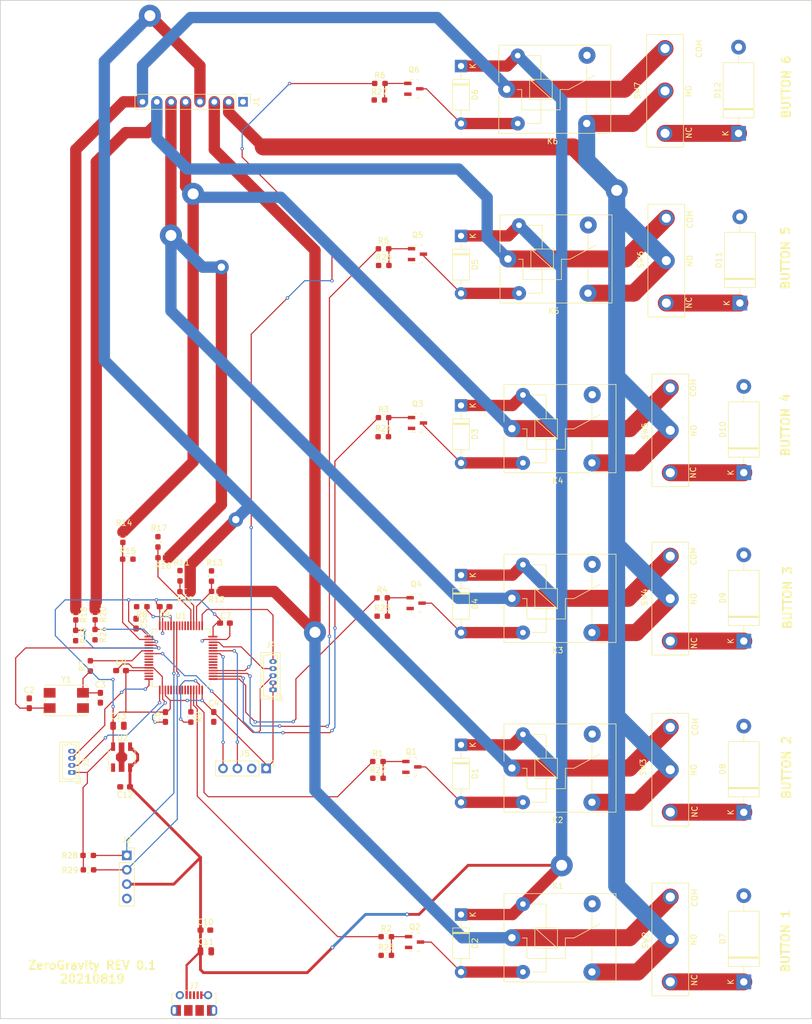
<source format=kicad_pcb>
(kicad_pcb (version 20171130) (host pcbnew "(5.1.10)-1")
  (layers (0 F.Cu signal) (31 B.Cu signal) (34 B.Paste user) (35 F.Paste user) (36 B.SilkS user) (37 F.SilkS user) (38 B.Mask user) (39 F.Mask user) (44 Edge.Cuts user))
  (net 0 "")
  (net 1 "/Main Controller/NRST")
  (net 2 GND)
  (net 3 "Net-(C2-Pad2)")
  (net 4 "Net-(C3-Pad2)")
  (net 5 +3V3)
  (net 6 VBUS)
  (net 7 "Net-(D7-Pad1)")
  (net 8 "Net-(D8-Pad1)")
  (net 9 "Net-(D9-Pad1)")
  (net 10 "Net-(D10-Pad1)")
  (net 11 "Net-(D11-Pad1)")
  (net 12 "Net-(D12-Pad1)")
  (net 13 "/Main Controller/BOOT0")
  (net 14 "/Main Controller/DEBUG_RX")
  (net 15 "/Main Controller/DEBUG_TX")
  (net 16 "/Main Controller/DBG_SWCLK")
  (net 17 "/Main Controller/DBG_SWDIO")
  (net 18 "/Main Controller/BT_RX")
  (net 19 "/Main Controller/BT_TX")
  (net 20 +30V)
  (net 21 LSW2_COM)
  (net 22 LSW1_COM)
  (net 23 LSW4_COM)
  (net 24 LSW3_COM)
  (net 25 LSW5_COM)
  (net 26 LSW6_COM)
  (net 27 "Net-(Q1-Pad1)")
  (net 28 "Net-(Q2-Pad1)")
  (net 29 "Net-(Q3-Pad1)")
  (net 30 "Net-(Q4-Pad1)")
  (net 31 "Net-(Q5-Pad1)")
  (net 32 "Net-(Q6-Pad1)")
  (net 33 LSW2_TRIGGER)
  (net 34 LSW1_TRIGGER)
  (net 35 LSW4_TRIGGER)
  (net 36 LSW3_TRIGGER)
  (net 37 LSW5_TRIGGER)
  (net 38 LSW6_TRIGGER)
  (net 39 "Net-(R7-Pad2)")
  (net 40 "Net-(R9-Pad1)")
  (net 41 "/Main Controller/LIMIT_SIG2")
  (net 42 "/Main Controller/LIMIT_SIG1")
  (net 43 "/Main Controller/LIMIT_SIG4")
  (net 44 "/Main Controller/LIMIT_SIG3")
  (net 45 "/Main Controller/LIMIT_SIG6")
  (net 46 "/Main Controller/LIMIT_SIG5")
  (net 47 "Net-(D1-Pad2)")
  (net 48 "Net-(D2-Pad2)")
  (net 49 "Net-(D3-Pad2)")
  (net 50 "Net-(D4-Pad2)")
  (net 51 "Net-(D5-Pad2)")
  (net 52 "Net-(D6-Pad2)")
  (net 53 "/Main Controller/I2C1_SCL")
  (net 54 "/Main Controller/I2C1_SDA")
  (module Resistor_SMD:R_0603_1608Metric_Pad0.98x0.95mm_HandSolder (layer F.Cu) (at 47.125 153.7)
    (fp_text reference R29 (at -3.275 0.075) (layer F.SilkS))
    (fp_text value 472J,1608)
    (pad 2 smd roundrect (at 0.9125 0) (size 0.975 0.95) (layers F.Cu F.Paste F.Mask) (net 53 "/Main Controller/I2C1_SCL"))
    (pad 1 smd roundrect (at -0.9125 0) (size 0.975 0.95) (layers F.Cu F.Paste F.Mask) (net 5 +3V3))
  )
  (module Resistor_SMD:R_0603_1608Metric_Pad0.98x0.95mm_HandSolder (layer F.Cu) (at 47.075 151.15)
    (fp_text reference R28 (at -3.275 0.025) (layer F.SilkS))
    (fp_text value 472J,1608)
    (pad 2 smd roundrect (at 0.9125 0) (size 0.975 0.95) (layers F.Cu F.Paste F.Mask) (net 54 "/Main Controller/I2C1_SDA"))
    (pad 1 smd roundrect (at -0.9125 0) (size 0.975 0.95) (layers F.Cu F.Paste F.Mask) (net 5 +3V3))
  )
  (module Connector_PinSocket_2.54mm:PinSocket_1x04_P2.54mm_Vertical (layer F.Cu) (at 53.9 151.15)
    (fp_text reference J2 (at 0 -2.77) (layer F.SilkS))
    (fp_text value Conn_OLED)
    (pad 4 thru_hole oval (at 0 7.62) (size 1.7 1.7) (drill 1) (layers *.Cu *.Mask) (net 2 GND))
    (pad 3 thru_hole oval (at 0 5.08) (size 1.7 1.7) (drill 1) (layers *.Cu *.Mask) (net 6 VBUS))
    (pad 2 thru_hole oval (at 0 2.54) (size 1.7 1.7) (drill 1) (layers *.Cu *.Mask) (net 53 "/Main Controller/I2C1_SCL"))
    (pad 1 thru_hole rect (at 0 0) (size 1.7 1.7) (drill 1) (layers *.Cu *.Mask) (net 54 "/Main Controller/I2C1_SDA"))
  )
  (module Resistor_SMD:R_0603_1608Metric_Pad0.98x0.95mm_HandSolder (layer F.Cu) (at 98.5625 17.6)
    (fp_text reference R27 (at 0 -1.43) (layer F.SilkS))
    (fp_text value 0J,NC,1608)
    (pad 2 smd roundrect (at 0.9125 0) (size 0.975 0.95) (layers F.Cu F.Paste F.Mask) (net 32 "Net-(Q6-Pad1)"))
    (pad 1 smd roundrect (at -0.9125 0) (size 0.975 0.95) (layers F.Cu F.Paste F.Mask) (net 2 GND))
  )
  (module Resistor_SMD:R_0603_1608Metric_Pad0.98x0.95mm_HandSolder (layer F.Cu) (at 99.3375 46.85)
    (fp_text reference R26 (at 0 -1.43) (layer F.SilkS))
    (fp_text value 0J,NC,1608)
    (pad 2 smd roundrect (at 0.9125 0) (size 0.975 0.95) (layers F.Cu F.Paste F.Mask) (net 31 "Net-(Q5-Pad1)"))
    (pad 1 smd roundrect (at -0.9125 0) (size 0.975 0.95) (layers F.Cu F.Paste F.Mask) (net 2 GND))
  )
  (module Resistor_SMD:R_0603_1608Metric_Pad0.98x0.95mm_HandSolder (layer F.Cu) (at 99.075 108.85)
    (fp_text reference R25 (at 0 -1.43) (layer F.SilkS))
    (fp_text value 0J,NC,1608)
    (pad 2 smd roundrect (at 0.9125 0) (size 0.975 0.95) (layers F.Cu F.Paste F.Mask) (net 30 "Net-(Q4-Pad1)"))
    (pad 1 smd roundrect (at -0.9125 0) (size 0.975 0.95) (layers F.Cu F.Paste F.Mask) (net 2 GND))
  )
  (module Resistor_SMD:R_0603_1608Metric_Pad0.98x0.95mm_HandSolder (layer F.Cu) (at 99.25 77.125)
    (fp_text reference R24 (at 0 -1.43) (layer F.SilkS))
    (fp_text value 0J,NC,1608)
    (pad 2 smd roundrect (at 0.9125 0) (size 0.975 0.95) (layers F.Cu F.Paste F.Mask) (net 29 "Net-(Q3-Pad1)"))
    (pad 1 smd roundrect (at -0.9125 0) (size 0.975 0.95) (layers F.Cu F.Paste F.Mask) (net 2 GND))
  )
  (module Resistor_SMD:R_0603_1608Metric_Pad0.98x0.95mm_HandSolder (layer F.Cu) (at 99.781562 168.813856)
    (fp_text reference R23 (at 0 -1.43) (layer F.SilkS))
    (fp_text value 0J,NC,1608)
    (pad 2 smd roundrect (at 0.9125 0) (size 0.975 0.95) (layers F.Cu F.Paste F.Mask) (net 28 "Net-(Q2-Pad1)"))
    (pad 1 smd roundrect (at -0.9125 0) (size 0.975 0.95) (layers F.Cu F.Paste F.Mask) (net 2 GND))
  )
  (module Resistor_SMD:R_0603_1608Metric_Pad0.98x0.95mm_HandSolder (layer F.Cu) (at 98.3125 137.5)
    (fp_text reference R22 (at 0 -1.43) (layer F.SilkS))
    (fp_text value 0J,NC,1608)
    (pad 2 smd roundrect (at 0.9125 0) (size 0.975 0.95) (layers F.Cu F.Paste F.Mask) (net 27 "Net-(Q1-Pad1)"))
    (pad 1 smd roundrect (at -0.9125 0) (size 0.975 0.95) (layers F.Cu F.Paste F.Mask) (net 2 GND))
  )
  (module Relay_THT:Relay_SPDT_SANYOU_SRD_Series_Form_C (layer F.Cu) (at 122 105.7)
    (fp_text reference K3 (at 8.1 9.2) (layer F.SilkS))
    (fp_text value SANYOU_SRD_Form_C)
    (pad 2 thru_hole circle (at 1.95 6.05 90) (size 2.5 2.5) (drill 1) (layers *.Cu *.Mask) (net 50 "Net-(D4-Pad2)"))
    (pad 3 thru_hole circle (at 14.15 6.05 90) (size 3 3) (drill 1.3) (layers *.Cu *.Mask) (net 20 +30V))
    (pad 4 thru_hole circle (at 14.2 -6 90) (size 3 3) (drill 1.3) (layers *.Cu *.Mask))
    (pad 5 thru_hole circle (at 1.95 -5.95 90) (size 2.5 2.5) (drill 1) (layers *.Cu *.Mask) (net 6 VBUS))
    (pad 1 thru_hole circle (at 0 0 90) (size 3 3) (drill 1.3) (layers *.Cu *.Mask) (net 24 LSW3_COM))
  )
  (module Relay_THT:Relay_SPDT_SANYOU_SRD_Series_Form_C (layer F.Cu) (at 122 135.7)
    (fp_text reference K2 (at 8.1 9.2) (layer F.SilkS))
    (fp_text value SANYOU_SRD_Form_C)
    (pad 2 thru_hole circle (at 1.95 6.05 90) (size 2.5 2.5) (drill 1) (layers *.Cu *.Mask) (net 47 "Net-(D1-Pad2)"))
    (pad 3 thru_hole circle (at 14.15 6.05 90) (size 3 3) (drill 1.3) (layers *.Cu *.Mask) (net 20 +30V))
    (pad 4 thru_hole circle (at 14.2 -6 90) (size 3 3) (drill 1.3) (layers *.Cu *.Mask))
    (pad 5 thru_hole circle (at 1.95 -5.95 90) (size 2.5 2.5) (drill 1) (layers *.Cu *.Mask) (net 6 VBUS))
    (pad 1 thru_hole circle (at 0 0 90) (size 3 3) (drill 1.3) (layers *.Cu *.Mask) (net 21 LSW2_COM))
  )
  (module ZeroGravity:DB2C-C1AA (layer F.Cu) (at 150 173.5 90)
    (fp_text reference SW2 (at 7.325 -4.425 270) (layer F.SilkS))
    (fp_text value DB2C-C1AA)
    (fp_text user COM (at 14.875 4.325 90) (layer F.SilkS))
    (fp_text user NO (at 7.44 4.15 90) (layer F.SilkS))
    (fp_text user NC (at 0.3 4.275 90) (layer F.SilkS))
    (pad 1 thru_hole circle (at 0 0 90) (size 2.6 2.6) (drill 1.6) (layers *.Cu *.Mask) (net 7 "Net-(D7-Pad1)"))
    (pad 2 thru_hole circle (at 15 0 90) (size 2.6 2.6) (drill 1.6) (layers *.Cu *.Mask) (net 22 LSW1_COM))
    (pad 3 thru_hole circle (at 7.5 0 90) (size 2.6 2.6) (drill 1.6) (layers *.Cu *.Mask) (net 20 +30V))
  )
  (module Connector_PinHeader_2.54mm:PinHeader_1x04_P2.54mm_Vertical (layer F.Cu) (at 78.53 135.775 270)
    (fp_text reference J5 (at -2.625 3.75 180) (layer F.SilkS))
    (fp_text value Conn_BT)
    (pad 4 thru_hole oval (at 0 7.62 270) (size 1.7 1.7) (drill 1) (layers *.Cu *.Mask) (net 18 "/Main Controller/BT_RX"))
    (pad 3 thru_hole oval (at 0 5.08 270) (size 1.7 1.7) (drill 1) (layers *.Cu *.Mask) (net 19 "/Main Controller/BT_TX"))
    (pad 2 thru_hole oval (at 0 2.54 270) (size 1.7 1.7) (drill 1) (layers *.Cu *.Mask) (net 2 GND))
    (pad 1 thru_hole rect (at 0 0 270) (size 1.7 1.7) (drill 1) (layers *.Cu *.Mask) (net 5 +3V3))
  )
  (module Package_QFP:LQFP-64_10x10mm_P0.5mm (layer F.Cu) (at 63.475 116.225)
    (fp_text reference U1 (at 0 -7.4) (layer F.SilkS))
    (fp_text value STM32F101RBTx)
    (pad 64 smd roundrect (at -3.75 -5.675) (size 0.3 1.55) (layers F.Cu F.Paste F.Mask) (net 5 +3V3))
    (pad 63 smd roundrect (at -3.25 -5.675) (size 0.3 1.55) (layers F.Cu F.Paste F.Mask) (net 2 GND))
    (pad 62 smd roundrect (at -2.75 -5.675) (size 0.3 1.55) (layers F.Cu F.Paste F.Mask))
    (pad 61 smd roundrect (at -2.25 -5.675) (size 0.3 1.55) (layers F.Cu F.Paste F.Mask))
    (pad 60 smd roundrect (at -1.75 -5.675) (size 0.3 1.55) (layers F.Cu F.Paste F.Mask) (net 13 "/Main Controller/BOOT0"))
    (pad 59 smd roundrect (at -1.25 -5.675) (size 0.3 1.55) (layers F.Cu F.Paste F.Mask) (net 54 "/Main Controller/I2C1_SDA"))
    (pad 58 smd roundrect (at -0.75 -5.675) (size 0.3 1.55) (layers F.Cu F.Paste F.Mask) (net 53 "/Main Controller/I2C1_SCL"))
    (pad 57 smd roundrect (at -0.25 -5.675) (size 0.3 1.55) (layers F.Cu F.Paste F.Mask))
    (pad 56 smd roundrect (at 0.25 -5.675) (size 0.3 1.55) (layers F.Cu F.Paste F.Mask))
    (pad 55 smd roundrect (at 0.75 -5.675) (size 0.3 1.55) (layers F.Cu F.Paste F.Mask))
    (pad 54 smd roundrect (at 1.25 -5.675) (size 0.3 1.55) (layers F.Cu F.Paste F.Mask))
    (pad 53 smd roundrect (at 1.75 -5.675) (size 0.3 1.55) (layers F.Cu F.Paste F.Mask) (net 44 "/Main Controller/LIMIT_SIG3"))
    (pad 52 smd roundrect (at 2.25 -5.675) (size 0.3 1.55) (layers F.Cu F.Paste F.Mask) (net 41 "/Main Controller/LIMIT_SIG2"))
    (pad 51 smd roundrect (at 2.75 -5.675) (size 0.3 1.55) (layers F.Cu F.Paste F.Mask) (net 42 "/Main Controller/LIMIT_SIG1"))
    (pad 50 smd roundrect (at 3.25 -5.675) (size 0.3 1.55) (layers F.Cu F.Paste F.Mask))
    (pad 49 smd roundrect (at 3.75 -5.675) (size 0.3 1.55) (layers F.Cu F.Paste F.Mask) (net 16 "/Main Controller/DBG_SWCLK"))
    (pad 48 smd roundrect (at 5.675 -3.75) (size 1.55 0.3) (layers F.Cu F.Paste F.Mask) (net 5 +3V3))
    (pad 47 smd roundrect (at 5.675 -3.25) (size 1.55 0.3) (layers F.Cu F.Paste F.Mask) (net 2 GND))
    (pad 46 smd roundrect (at 5.675 -2.75) (size 1.55 0.3) (layers F.Cu F.Paste F.Mask) (net 17 "/Main Controller/DBG_SWDIO"))
    (pad 45 smd roundrect (at 5.675 -2.25) (size 1.55 0.3) (layers F.Cu F.Paste F.Mask))
    (pad 44 smd roundrect (at 5.675 -1.75) (size 1.55 0.3) (layers F.Cu F.Paste F.Mask))
    (pad 43 smd roundrect (at 5.675 -1.25) (size 1.55 0.3) (layers F.Cu F.Paste F.Mask) (net 19 "/Main Controller/BT_TX"))
    (pad 42 smd roundrect (at 5.675 -0.75) (size 1.55 0.3) (layers F.Cu F.Paste F.Mask) (net 18 "/Main Controller/BT_RX"))
    (pad 41 smd roundrect (at 5.675 -0.25) (size 1.55 0.3) (layers F.Cu F.Paste F.Mask))
    (pad 40 smd roundrect (at 5.675 0.25) (size 1.55 0.3) (layers F.Cu F.Paste F.Mask))
    (pad 39 smd roundrect (at 5.675 0.75) (size 1.55 0.3) (layers F.Cu F.Paste F.Mask))
    (pad 38 smd roundrect (at 5.675 1.25) (size 1.55 0.3) (layers F.Cu F.Paste F.Mask))
    (pad 37 smd roundrect (at 5.675 1.75) (size 1.55 0.3) (layers F.Cu F.Paste F.Mask))
    (pad 36 smd roundrect (at 5.675 2.25) (size 1.55 0.3) (layers F.Cu F.Paste F.Mask) (net 38 LSW6_TRIGGER))
    (pad 35 smd roundrect (at 5.675 2.75) (size 1.55 0.3) (layers F.Cu F.Paste F.Mask) (net 37 LSW5_TRIGGER))
    (pad 34 smd roundrect (at 5.675 3.25) (size 1.55 0.3) (layers F.Cu F.Paste F.Mask) (net 35 LSW4_TRIGGER))
    (pad 33 smd roundrect (at 5.675 3.75) (size 1.55 0.3) (layers F.Cu F.Paste F.Mask) (net 36 LSW3_TRIGGER))
    (pad 32 smd roundrect (at 3.75 5.675) (size 0.3 1.55) (layers F.Cu F.Paste F.Mask) (net 5 +3V3))
    (pad 31 smd roundrect (at 3.25 5.675) (size 0.3 1.55) (layers F.Cu F.Paste F.Mask) (net 2 GND))
    (pad 30 smd roundrect (at 2.75 5.675) (size 0.3 1.55) (layers F.Cu F.Paste F.Mask) (net 33 LSW2_TRIGGER))
    (pad 29 smd roundrect (at 2.25 5.675) (size 0.3 1.55) (layers F.Cu F.Paste F.Mask) (net 34 LSW1_TRIGGER))
    (pad 28 smd roundrect (at 1.75 5.675) (size 0.3 1.55) (layers F.Cu F.Paste F.Mask) (net 40 "Net-(R9-Pad1)"))
    (pad 27 smd roundrect (at 1.25 5.675) (size 0.3 1.55) (layers F.Cu F.Paste F.Mask))
    (pad 26 smd roundrect (at 0.75 5.675) (size 0.3 1.55) (layers F.Cu F.Paste F.Mask))
    (pad 25 smd roundrect (at 0.25 5.675) (size 0.3 1.55) (layers F.Cu F.Paste F.Mask))
    (pad 24 smd roundrect (at -0.25 5.675) (size 0.3 1.55) (layers F.Cu F.Paste F.Mask))
    (pad 23 smd roundrect (at -0.75 5.675) (size 0.3 1.55) (layers F.Cu F.Paste F.Mask))
    (pad 22 smd roundrect (at -1.25 5.675) (size 0.3 1.55) (layers F.Cu F.Paste F.Mask))
    (pad 21 smd roundrect (at -1.75 5.675) (size 0.3 1.55) (layers F.Cu F.Paste F.Mask))
    (pad 20 smd roundrect (at -2.25 5.675) (size 0.3 1.55) (layers F.Cu F.Paste F.Mask))
    (pad 19 smd roundrect (at -2.75 5.675) (size 0.3 1.55) (layers F.Cu F.Paste F.Mask) (net 5 +3V3))
    (pad 18 smd roundrect (at -3.25 5.675) (size 0.3 1.55) (layers F.Cu F.Paste F.Mask) (net 2 GND))
    (pad 17 smd roundrect (at -3.75 5.675) (size 0.3 1.55) (layers F.Cu F.Paste F.Mask) (net 15 "/Main Controller/DEBUG_TX"))
    (pad 16 smd roundrect (at -5.675 3.75) (size 1.55 0.3) (layers F.Cu F.Paste F.Mask) (net 14 "/Main Controller/DEBUG_RX"))
    (pad 15 smd roundrect (at -5.675 3.25) (size 1.55 0.3) (layers F.Cu F.Paste F.Mask))
    (pad 14 smd roundrect (at -5.675 2.75) (size 1.55 0.3) (layers F.Cu F.Paste F.Mask))
    (pad 13 smd roundrect (at -5.675 2.25) (size 1.55 0.3) (layers F.Cu F.Paste F.Mask) (net 5 +3V3))
    (pad 12 smd roundrect (at -5.675 1.75) (size 1.55 0.3) (layers F.Cu F.Paste F.Mask) (net 2 GND))
    (pad 11 smd roundrect (at -5.675 1.25) (size 1.55 0.3) (layers F.Cu F.Paste F.Mask))
    (pad 10 smd roundrect (at -5.675 0.75) (size 1.55 0.3) (layers F.Cu F.Paste F.Mask))
    (pad 9 smd roundrect (at -5.675 0.25) (size 1.55 0.3) (layers F.Cu F.Paste F.Mask))
    (pad 8 smd roundrect (at -5.675 -0.25) (size 1.55 0.3) (layers F.Cu F.Paste F.Mask))
    (pad 7 smd roundrect (at -5.675 -0.75) (size 1.55 0.3) (layers F.Cu F.Paste F.Mask) (net 1 "/Main Controller/NRST"))
    (pad 6 smd roundrect (at -5.675 -1.25) (size 1.55 0.3) (layers F.Cu F.Paste F.Mask) (net 39 "Net-(R7-Pad2)"))
    (pad 5 smd roundrect (at -5.675 -1.75) (size 1.55 0.3) (layers F.Cu F.Paste F.Mask) (net 3 "Net-(C2-Pad2)"))
    (pad 4 smd roundrect (at -5.675 -2.25) (size 1.55 0.3) (layers F.Cu F.Paste F.Mask) (net 45 "/Main Controller/LIMIT_SIG6"))
    (pad 3 smd roundrect (at -5.675 -2.75) (size 1.55 0.3) (layers F.Cu F.Paste F.Mask) (net 46 "/Main Controller/LIMIT_SIG5"))
    (pad 2 smd roundrect (at -5.675 -3.25) (size 1.55 0.3) (layers F.Cu F.Paste F.Mask) (net 43 "/Main Controller/LIMIT_SIG4"))
    (pad 1 smd roundrect (at -5.675 -3.75) (size 1.55 0.3) (layers F.Cu F.Paste F.Mask) (net 5 +3V3))
  )
  (module Relay_THT:Relay_SPDT_SANYOU_SRD_Series_Form_C (layer F.Cu) (at 122 165.7)
    (fp_text reference K1 (at 8.125 -9.15) (layer F.SilkS))
    (fp_text value SANYOU_SRD_Form_C)
    (pad 2 thru_hole circle (at 1.95 6.05 90) (size 2.5 2.5) (drill 1) (layers *.Cu *.Mask) (net 48 "Net-(D2-Pad2)"))
    (pad 3 thru_hole circle (at 14.15 6.05 90) (size 3 3) (drill 1.3) (layers *.Cu *.Mask) (net 20 +30V))
    (pad 4 thru_hole circle (at 14.2 -6 90) (size 3 3) (drill 1.3) (layers *.Cu *.Mask))
    (pad 5 thru_hole circle (at 1.95 -5.95 90) (size 2.5 2.5) (drill 1) (layers *.Cu *.Mask) (net 6 VBUS))
    (pad 1 thru_hole circle (at 0 0 90) (size 3 3) (drill 1.3) (layers *.Cu *.Mask) (net 22 LSW1_COM))
  )
  (module Resistor_SMD:R_0603_1608Metric_Pad0.98x0.95mm_HandSolder (layer F.Cu) (at 48.275 112.115 270)
    (fp_text reference R21 (at 0 -1.43 90) (layer F.SilkS))
    (fp_text value 201J,1608)
    (pad 2 smd roundrect (at 0.9125 0 270) (size 0.975 0.95) (layers F.Cu F.Paste F.Mask) (net 2 GND))
    (pad 1 smd roundrect (at -0.9125 0 270) (size 0.975 0.95) (layers F.Cu F.Paste F.Mask) (net 46 "/Main Controller/LIMIT_SIG5"))
  )
  (module Resistor_SMD:R_0603_1608Metric_Pad0.98x0.95mm_HandSolder (layer F.Cu) (at 48.3 108.575 270)
    (fp_text reference R20 (at 0 -1.43 90) (layer F.SilkS))
    (fp_text value 162J,1608)
    (pad 2 smd roundrect (at 0.9125 0 270) (size 0.975 0.95) (layers F.Cu F.Paste F.Mask) (net 46 "/Main Controller/LIMIT_SIG5"))
    (pad 1 smd roundrect (at -0.9125 0 270) (size 0.975 0.95) (layers F.Cu F.Paste F.Mask) (net 25 LSW5_COM))
  )
  (module Resistor_SMD:R_0603_1608Metric_Pad0.98x0.95mm_HandSolder (layer F.Cu) (at 44.85 112.275 270)
    (fp_text reference R19 (at 0 -1.43 90) (layer F.SilkS))
    (fp_text value 201J,1608)
    (pad 2 smd roundrect (at 0.9125 0 270) (size 0.975 0.95) (layers F.Cu F.Paste F.Mask) (net 2 GND))
    (pad 1 smd roundrect (at -0.9125 0 270) (size 0.975 0.95) (layers F.Cu F.Paste F.Mask) (net 45 "/Main Controller/LIMIT_SIG6"))
  )
  (module Resistor_SMD:R_0603_1608Metric_Pad0.98x0.95mm_HandSolder (layer F.Cu) (at 44.875 108.6 270)
    (fp_text reference R18 (at 0 -1.43 90) (layer F.SilkS))
    (fp_text value 162J,1608)
    (pad 2 smd roundrect (at 0.9125 0 270) (size 0.975 0.95) (layers F.Cu F.Paste F.Mask) (net 45 "/Main Controller/LIMIT_SIG6"))
    (pad 1 smd roundrect (at -0.9125 0 270) (size 0.975 0.95) (layers F.Cu F.Paste F.Mask) (net 26 LSW6_COM))
  )
  (module Resistor_SMD:R_0603_1608Metric_Pad0.98x0.95mm_HandSolder (layer F.Cu) (at 59.4 95.7125 90)
    (fp_text reference R17 (at 2.4375 0.175 180) (layer F.SilkS))
    (fp_text value 201J,1608)
    (pad 2 smd roundrect (at 0.9125 0 90) (size 0.975 0.95) (layers F.Cu F.Paste F.Mask) (net 2 GND))
    (pad 1 smd roundrect (at -0.9125 0 90) (size 0.975 0.95) (layers F.Cu F.Paste F.Mask) (net 44 "/Main Controller/LIMIT_SIG3"))
  )
  (module Resistor_SMD:R_0603_1608Metric_Pad0.98x0.95mm_HandSolder (layer F.Cu) (at 60.325 98.525 180)
    (fp_text reference R16 (at 0 -1.43) (layer F.SilkS))
    (fp_text value 162J,1608)
    (pad 2 smd roundrect (at 0.9125 0 180) (size 0.975 0.95) (layers F.Cu F.Paste F.Mask) (net 44 "/Main Controller/LIMIT_SIG3"))
    (pad 1 smd roundrect (at -0.9125 0 180) (size 0.975 0.95) (layers F.Cu F.Paste F.Mask) (net 24 LSW3_COM))
  )
  (module Resistor_SMD:R_0603_1608Metric_Pad0.98x0.95mm_HandSolder (layer F.Cu) (at 54.075 98.775)
    (fp_text reference R15 (at 0 -1.43) (layer F.SilkS))
    (fp_text value 201J,1608)
    (pad 2 smd roundrect (at 0.9125 0) (size 0.975 0.95) (layers F.Cu F.Paste F.Mask) (net 2 GND))
    (pad 1 smd roundrect (at -0.9125 0) (size 0.975 0.95) (layers F.Cu F.Paste F.Mask) (net 43 "/Main Controller/LIMIT_SIG4"))
  )
  (module Resistor_SMD:R_0603_1608Metric_Pad0.98x0.95mm_HandSolder (layer F.Cu) (at 53.2 94.9 270)
    (fp_text reference R14 (at -2.525 -0.2 180) (layer F.SilkS))
    (fp_text value 162J,1608)
    (pad 2 smd roundrect (at 0.9125 0 270) (size 0.975 0.95) (layers F.Cu F.Paste F.Mask) (net 43 "/Main Controller/LIMIT_SIG4"))
    (pad 1 smd roundrect (at -0.9125 0 270) (size 0.975 0.95) (layers F.Cu F.Paste F.Mask) (net 23 LSW4_COM))
  )
  (module Resistor_SMD:R_0603_1608Metric_Pad0.98x0.95mm_HandSolder (layer F.Cu) (at 68.875 101.7625 90)
    (fp_text reference R13 (at 2.3625 0.55 180) (layer F.SilkS))
    (fp_text value 201J,1608)
    (pad 2 smd roundrect (at 0.9125 0 90) (size 0.975 0.95) (layers F.Cu F.Paste F.Mask) (net 2 GND))
    (pad 1 smd roundrect (at -0.9125 0 90) (size 0.975 0.95) (layers F.Cu F.Paste F.Mask) (net 42 "/Main Controller/LIMIT_SIG1"))
  )
  (module Resistor_SMD:R_0603_1608Metric_Pad0.98x0.95mm_HandSolder (layer F.Cu) (at 69.8 104.475 180)
    (fp_text reference R12 (at 0 -1.43) (layer F.SilkS))
    (fp_text value 162J,1608)
    (pad 2 smd roundrect (at 0.9125 0 180) (size 0.975 0.95) (layers F.Cu F.Paste F.Mask) (net 42 "/Main Controller/LIMIT_SIG1"))
    (pad 1 smd roundrect (at -0.9125 0 180) (size 0.975 0.95) (layers F.Cu F.Paste F.Mask) (net 22 LSW1_COM))
  )
  (module Resistor_SMD:R_0603_1608Metric_Pad0.98x0.95mm_HandSolder (layer F.Cu) (at 63.3 101.7125 90)
    (fp_text reference R11 (at 2.3375 0.3 180) (layer F.SilkS))
    (fp_text value 201J,1608)
    (pad 2 smd roundrect (at 0.9125 0 90) (size 0.975 0.95) (layers F.Cu F.Paste F.Mask) (net 2 GND))
    (pad 1 smd roundrect (at -0.9125 0 90) (size 0.975 0.95) (layers F.Cu F.Paste F.Mask) (net 41 "/Main Controller/LIMIT_SIG2"))
  )
  (module Resistor_SMD:R_0603_1608Metric_Pad0.98x0.95mm_HandSolder (layer F.Cu) (at 64.2 104.525 180)
    (fp_text reference R10 (at 0 -1.43) (layer F.SilkS))
    (fp_text value 162J,1608)
    (pad 2 smd roundrect (at 0.9125 0 180) (size 0.975 0.95) (layers F.Cu F.Paste F.Mask) (net 41 "/Main Controller/LIMIT_SIG2"))
    (pad 1 smd roundrect (at -0.9125 0 180) (size 0.975 0.95) (layers F.Cu F.Paste F.Mask) (net 21 LSW2_COM))
  )
  (module Resistor_SMD:R_0603_1608Metric_Pad0.98x0.95mm_HandSolder (layer F.Cu) (at 65.225 126.675 270)
    (fp_text reference R9 (at 0 -1.43 90) (layer F.SilkS))
    (fp_text value 103J,1608)
    (pad 2 smd roundrect (at 0.9125 0 270) (size 0.975 0.95) (layers F.Cu F.Paste F.Mask) (net 2 GND))
    (pad 1 smd roundrect (at -0.9125 0 270) (size 0.975 0.95) (layers F.Cu F.Paste F.Mask) (net 40 "Net-(R9-Pad1)"))
  )
  (module Resistor_SMD:R_0603_1608Metric_Pad0.98x0.95mm_HandSolder (layer F.Cu) (at 56.55 107.175 180)
    (fp_text reference R8 (at 0 -1.43) (layer F.SilkS))
    (fp_text value 103J,1608)
    (pad 2 smd roundrect (at 0.9125 0 180) (size 0.975 0.95) (layers F.Cu F.Paste F.Mask) (net 2 GND))
    (pad 1 smd roundrect (at -0.9125 0 180) (size 0.975 0.95) (layers F.Cu F.Paste F.Mask) (net 13 "/Main Controller/BOOT0"))
  )
  (module Resistor_SMD:R_0603_1608Metric_Pad0.98x0.95mm_HandSolder (layer F.Cu) (at 47.45 117.65 90)
    (fp_text reference R7 (at 0 -1.43 90) (layer F.SilkS))
    (fp_text value 0R0J,1608)
    (pad 2 smd roundrect (at 0.9125 0 90) (size 0.975 0.95) (layers F.Cu F.Paste F.Mask) (net 39 "Net-(R7-Pad2)"))
    (pad 1 smd roundrect (at -0.9125 0 90) (size 0.975 0.95) (layers F.Cu F.Paste F.Mask) (net 4 "Net-(C3-Pad2)"))
  )
  (module Resistor_SMD:R_0603_1608Metric_Pad0.98x0.95mm_HandSolder (layer F.Cu) (at 98.65 14.675)
    (fp_text reference R6 (at 0 -1.43) (layer F.SilkS))
    (fp_text value 103J,1608)
    (pad 2 smd roundrect (at 0.9125 0) (size 0.975 0.95) (layers F.Cu F.Paste F.Mask) (net 32 "Net-(Q6-Pad1)"))
    (pad 1 smd roundrect (at -0.9125 0) (size 0.975 0.95) (layers F.Cu F.Paste F.Mask) (net 38 LSW6_TRIGGER))
  )
  (module Resistor_SMD:R_0603_1608Metric_Pad0.98x0.95mm_HandSolder (layer F.Cu) (at 99.3 43.9)
    (fp_text reference R5 (at 0 -1.43) (layer F.SilkS))
    (fp_text value 103J,1608)
    (pad 2 smd roundrect (at 0.9125 0) (size 0.975 0.95) (layers F.Cu F.Paste F.Mask) (net 31 "Net-(Q5-Pad1)"))
    (pad 1 smd roundrect (at -0.9125 0) (size 0.975 0.95) (layers F.Cu F.Paste F.Mask) (net 37 LSW5_TRIGGER))
  )
  (module Resistor_SMD:R_0603_1608Metric_Pad0.98x0.95mm_HandSolder (layer F.Cu) (at 99.05 105.6)
    (fp_text reference R4 (at 0 -1.43) (layer F.SilkS))
    (fp_text value 103J,1608)
    (pad 2 smd roundrect (at 0.9125 0) (size 0.975 0.95) (layers F.Cu F.Paste F.Mask) (net 30 "Net-(Q4-Pad1)"))
    (pad 1 smd roundrect (at -0.9125 0) (size 0.975 0.95) (layers F.Cu F.Paste F.Mask) (net 36 LSW3_TRIGGER))
  )
  (module Resistor_SMD:R_0603_1608Metric_Pad0.98x0.95mm_HandSolder (layer F.Cu) (at 99.3 73.75)
    (fp_text reference R3 (at 0 -1.43) (layer F.SilkS))
    (fp_text value 103J,1608)
    (pad 2 smd roundrect (at 0.9125 0) (size 0.975 0.95) (layers F.Cu F.Paste F.Mask) (net 29 "Net-(Q3-Pad1)"))
    (pad 1 smd roundrect (at -0.9125 0) (size 0.975 0.95) (layers F.Cu F.Paste F.Mask) (net 35 LSW4_TRIGGER))
  )
  (module Resistor_SMD:R_0603_1608Metric_Pad0.98x0.95mm_HandSolder (layer F.Cu) (at 99.781562 165.513856)
    (fp_text reference R2 (at 0 -1.43) (layer F.SilkS))
    (fp_text value 103J,1608)
    (pad 2 smd roundrect (at 0.9125 0) (size 0.975 0.95) (layers F.Cu F.Paste F.Mask) (net 28 "Net-(Q2-Pad1)"))
    (pad 1 smd roundrect (at -0.9125 0) (size 0.975 0.95) (layers F.Cu F.Paste F.Mask) (net 34 LSW1_TRIGGER))
  )
  (module Resistor_SMD:R_0603_1608Metric_Pad0.98x0.95mm_HandSolder (layer F.Cu) (at 98.3 134.55)
    (fp_text reference R1 (at 0 -1.43) (layer F.SilkS))
    (fp_text value 103J,1608)
    (pad 2 smd roundrect (at 0.9125 0) (size 0.975 0.95) (layers F.Cu F.Paste F.Mask) (net 27 "Net-(Q1-Pad1)"))
    (pad 1 smd roundrect (at -0.9125 0) (size 0.975 0.95) (layers F.Cu F.Paste F.Mask) (net 33 LSW2_TRIGGER))
  )
  (module Capacitor_SMD:C_0603_1608Metric_Pad1.08x0.95mm_HandSolder (layer F.Cu) (at 53.6 139.025 180)
    (fp_text reference C12 (at 0 -1.43) (layer F.SilkS))
    (fp_text value 105K,1005)
    (pad 2 smd roundrect (at 0.8625 0 180) (size 1.075 0.95) (layers F.Cu F.Paste F.Mask) (net 2 GND))
    (pad 1 smd roundrect (at -0.8625 0 180) (size 1.075 0.95) (layers F.Cu F.Paste F.Mask) (net 6 VBUS))
  )
  (module Capacitor_SMD:C_0603_1608Metric_Pad1.08x0.95mm_HandSolder (layer F.Cu) (at 67.8 164.35)
    (fp_text reference C10 (at 0 -1.43) (layer F.SilkS))
    (fp_text value 104K,1005)
    (pad 2 smd roundrect (at 0.8625 0) (size 1.075 0.95) (layers F.Cu F.Paste F.Mask) (net 2 GND))
    (pad 1 smd roundrect (at -0.8625 0) (size 1.075 0.95) (layers F.Cu F.Paste F.Mask) (net 6 VBUS))
  )
  (module Capacitor_SMD:C_0603_1608Metric_Pad1.08x0.95mm_HandSolder (layer F.Cu) (at 52.875 118.475)
    (fp_text reference C9 (at 0 -1.43) (layer F.SilkS))
    (fp_text value 104K,1608)
    (pad 1 smd roundrect (at -0.8625 0) (size 1.075 0.95) (layers F.Cu F.Paste F.Mask) (net 2 GND))
    (pad 2 smd roundrect (at 0.8625 0) (size 1.075 0.95) (layers F.Cu F.Paste F.Mask) (net 5 +3V3))
  )
  (module Capacitor_SMD:C_0603_1608Metric_Pad1.08x0.95mm_HandSolder (layer F.Cu) (at 60.575 107.175 180)
    (fp_text reference C8 (at 0 -1.43) (layer F.SilkS))
    (fp_text value 104K,1608)
    (pad 2 smd roundrect (at 0.8625 0 180) (size 1.075 0.95) (layers F.Cu F.Paste F.Mask) (net 5 +3V3))
    (pad 1 smd roundrect (at -0.8625 0 180) (size 1.075 0.95) (layers F.Cu F.Paste F.Mask) (net 2 GND))
  )
  (module Capacitor_SMD:C_0603_1608Metric_Pad1.08x0.95mm_HandSolder (layer F.Cu) (at 71.25 110.075 180)
    (fp_text reference C7 (at -0.125 1.3) (layer F.SilkS))
    (fp_text value 104K,1608)
    (pad 2 smd roundrect (at 0.8625 0 180) (size 1.075 0.95) (layers F.Cu F.Paste F.Mask) (net 5 +3V3))
    (pad 1 smd roundrect (at -0.8625 0 180) (size 1.075 0.95) (layers F.Cu F.Paste F.Mask) (net 2 GND))
  )
  (module Capacitor_SMD:C_0603_1608Metric_Pad1.08x0.95mm_HandSolder (layer F.Cu) (at 60.725 126.675 90)
    (fp_text reference C6 (at 0 -1.43 90) (layer F.SilkS))
    (fp_text value 104K,1608)
    (pad 2 smd roundrect (at 0.8625 0 90) (size 1.075 0.95) (layers F.Cu F.Paste F.Mask) (net 5 +3V3))
    (pad 1 smd roundrect (at -0.8625 0 90) (size 1.075 0.95) (layers F.Cu F.Paste F.Mask) (net 2 GND))
  )
  (module Capacitor_SMD:C_0603_1608Metric_Pad1.08x0.95mm_HandSolder (layer F.Cu) (at 55.525 110.175 270)
    (fp_text reference C5 (at 0 -1.43 90) (layer F.SilkS))
    (fp_text value 104K,1608)
    (pad 2 smd roundrect (at 0.8625 0 270) (size 1.075 0.95) (layers F.Cu F.Paste F.Mask) (net 5 +3V3))
    (pad 1 smd roundrect (at -0.8625 0 270) (size 1.075 0.95) (layers F.Cu F.Paste F.Mask) (net 2 GND))
  )
  (module Capacitor_SMD:C_0603_1608Metric_Pad1.08x0.95mm_HandSolder (layer F.Cu) (at 69.275 126.6625 270)
    (fp_text reference C4 (at -2.425 0 180) (layer F.SilkS))
    (fp_text value 104K,1608)
    (pad 2 smd roundrect (at 0.8625 0 270) (size 1.075 0.95) (layers F.Cu F.Paste F.Mask) (net 2 GND))
    (pad 1 smd roundrect (at -0.8625 0 270) (size 1.075 0.95) (layers F.Cu F.Paste F.Mask) (net 5 +3V3))
  )
  (module Capacitor_SMD:C_0603_1608Metric_Pad1.08x0.95mm_HandSolder (layer F.Cu) (at 49.225 123.275 90)
    (fp_text reference C3 (at 2.3 -0.025 180) (layer F.SilkS))
    (fp_text value 120K,1608)
    (pad 2 smd roundrect (at 0.8625 0 90) (size 1.075 0.95) (layers F.Cu F.Paste F.Mask) (net 4 "Net-(C3-Pad2)"))
    (pad 1 smd roundrect (at -0.8625 0 90) (size 1.075 0.95) (layers F.Cu F.Paste F.Mask) (net 2 GND))
  )
  (module Capacitor_SMD:C_0603_1608Metric_Pad1.08x0.95mm_HandSolder (layer F.Cu) (at 36.65 124.25 270)
    (fp_text reference C2 (at -2.325 0.025 180) (layer F.SilkS))
    (fp_text value 120K,1608)
    (pad 2 smd roundrect (at 0.8625 0 270) (size 1.075 0.95) (layers F.Cu F.Paste F.Mask) (net 3 "Net-(C2-Pad2)"))
    (pad 1 smd roundrect (at -0.8625 0 270) (size 1.075 0.95) (layers F.Cu F.Paste F.Mask) (net 2 GND))
  )
  (module ZeroGravity:DB2C-C1AA (layer F.Cu) (at 150 143.5 90)
    (fp_text reference SW3 (at 7.9 -4.8 90) (layer F.SilkS))
    (fp_text value DB2C-C1AA)
    (fp_text user COM (at 15.1 4.4 90) (layer F.SilkS))
    (fp_text user NO (at 7.44 4.15 90) (layer F.SilkS))
    (fp_text user NC (at 0.075 4.325 90) (layer F.SilkS))
    (pad 1 thru_hole circle (at 0 0 90) (size 2.6 2.6) (drill 1.6) (layers *.Cu *.Mask) (net 8 "Net-(D8-Pad1)"))
    (pad 2 thru_hole circle (at 15 0 90) (size 2.6 2.6) (drill 1.6) (layers *.Cu *.Mask) (net 21 LSW2_COM))
    (pad 3 thru_hole circle (at 7.5 0 90) (size 2.6 2.6) (drill 1.6) (layers *.Cu *.Mask) (net 20 +30V))
  )
  (module ZeroGravity:DB2C-C1AA (layer F.Cu) (at 150 113.25 90)
    (fp_text reference SW4 (at 7.75 -4.55 90) (layer F.SilkS))
    (fp_text value DB2C-C1AA)
    (fp_text user COM (at 15 4.125 90) (layer F.SilkS))
    (fp_text user NO (at 7.44 4.15 90) (layer F.SilkS))
    (fp_text user NC (at -0.375 4.225 90) (layer F.SilkS))
    (pad 1 thru_hole circle (at 0 0 90) (size 2.6 2.6) (drill 1.6) (layers *.Cu *.Mask) (net 9 "Net-(D9-Pad1)"))
    (pad 2 thru_hole circle (at 15 0 90) (size 2.6 2.6) (drill 1.6) (layers *.Cu *.Mask) (net 24 LSW3_COM))
    (pad 3 thru_hole circle (at 7.5 0 90) (size 2.6 2.6) (drill 1.6) (layers *.Cu *.Mask) (net 20 +30V))
  )
  (module ZeroGravity:DB2C-C1AA (layer F.Cu) (at 150 83.5 90)
    (fp_text reference SW5 (at 7.325 -4.475 90) (layer F.SilkS))
    (fp_text value DB2C-C1AA)
    (fp_text user COM (at 15 4.05 90) (layer F.SilkS))
    (fp_text user NO (at 7.44 4.15 90) (layer F.SilkS))
    (fp_text user NC (at 0.025 4.05 90) (layer F.SilkS))
    (pad 1 thru_hole circle (at 0 0 90) (size 2.6 2.6) (drill 1.6) (layers *.Cu *.Mask) (net 10 "Net-(D10-Pad1)"))
    (pad 2 thru_hole circle (at 15 0 90) (size 2.6 2.6) (drill 1.6) (layers *.Cu *.Mask) (net 23 LSW4_COM))
    (pad 3 thru_hole circle (at 7.5 0 90) (size 2.6 2.6) (drill 1.6) (layers *.Cu *.Mask) (net 20 +30V))
  )
  (module ZeroGravity:DB2C-C1AA (layer F.Cu) (at 149.3 53.5 90)
    (fp_text reference SW6 (at 7.675 -4.55 90) (layer F.SilkS))
    (fp_text value DB2C-C1AA)
    (fp_text user COM (at 14.775 4.175 90) (layer F.SilkS))
    (fp_text user NO (at 7.44 4.15 90) (layer F.SilkS))
    (fp_text user NC (at 0.05 4 90) (layer F.SilkS))
    (pad 1 thru_hole circle (at 0 0 90) (size 2.6 2.6) (drill 1.6) (layers *.Cu *.Mask) (net 11 "Net-(D11-Pad1)"))
    (pad 2 thru_hole circle (at 15 0 90) (size 2.6 2.6) (drill 1.6) (layers *.Cu *.Mask) (net 25 LSW5_COM))
    (pad 3 thru_hole circle (at 7.5 0 90) (size 2.6 2.6) (drill 1.6) (layers *.Cu *.Mask) (net 20 +30V))
  )
  (module ZeroGravity:DB2C-C1AA (layer F.Cu) (at 149.075 23.5 90)
    (fp_text reference SW7 (at 7.55 -4.85 90) (layer F.SilkS))
    (fp_text value DB2C-C1AA)
    (fp_text user COM (at 14.95 6.025 90) (layer F.SilkS))
    (fp_text user NO (at 7.44 4.15 90) (layer F.SilkS))
    (fp_text user NC (at 0.1 4.225 90) (layer F.SilkS))
    (pad 1 thru_hole circle (at 0 0 90) (size 2.6 2.6) (drill 1.6) (layers *.Cu *.Mask) (net 12 "Net-(D12-Pad1)"))
    (pad 2 thru_hole circle (at 15 0 90) (size 2.6 2.6) (drill 1.6) (layers *.Cu *.Mask) (net 26 LSW6_COM))
    (pad 3 thru_hole circle (at 7.5 0 90) (size 2.6 2.6) (drill 1.6) (layers *.Cu *.Mask) (net 20 +30V))
  )
  (module Relay_THT:Relay_SPDT_SANYOU_SRD_Series_Form_C (layer F.Cu) (at 121.075 15.7)
    (fp_text reference K6 (at 8.1 9.2) (layer F.SilkS))
    (fp_text value SANYOU_SRD_Form_C)
    (pad 2 thru_hole circle (at 1.95 6.05 90) (size 2.5 2.5) (drill 1) (layers *.Cu *.Mask) (net 52 "Net-(D6-Pad2)"))
    (pad 3 thru_hole circle (at 14.15 6.05 90) (size 3 3) (drill 1.3) (layers *.Cu *.Mask) (net 20 +30V))
    (pad 4 thru_hole circle (at 14.2 -6 90) (size 3 3) (drill 1.3) (layers *.Cu *.Mask))
    (pad 5 thru_hole circle (at 1.95 -5.95 90) (size 2.5 2.5) (drill 1) (layers *.Cu *.Mask) (net 6 VBUS))
    (pad 1 thru_hole circle (at 0 0 90) (size 3 3) (drill 1.3) (layers *.Cu *.Mask) (net 26 LSW6_COM))
  )
  (module Relay_THT:Relay_SPDT_SANYOU_SRD_Series_Form_C (layer F.Cu) (at 121.3 45.7)
    (fp_text reference K5 (at 8.1 9.2) (layer F.SilkS))
    (fp_text value SANYOU_SRD_Form_C)
    (pad 2 thru_hole circle (at 1.95 6.05 90) (size 2.5 2.5) (drill 1) (layers *.Cu *.Mask) (net 51 "Net-(D5-Pad2)"))
    (pad 3 thru_hole circle (at 14.15 6.05 90) (size 3 3) (drill 1.3) (layers *.Cu *.Mask) (net 20 +30V))
    (pad 4 thru_hole circle (at 14.2 -6 90) (size 3 3) (drill 1.3) (layers *.Cu *.Mask))
    (pad 5 thru_hole circle (at 1.95 -5.95 90) (size 2.5 2.5) (drill 1) (layers *.Cu *.Mask) (net 6 VBUS))
    (pad 1 thru_hole circle (at 0 0 90) (size 3 3) (drill 1.3) (layers *.Cu *.Mask) (net 25 LSW5_COM))
  )
  (module Relay_THT:Relay_SPDT_SANYOU_SRD_Series_Form_C (layer F.Cu) (at 122 75.7)
    (fp_text reference K4 (at 8.1 9.2) (layer F.SilkS))
    (fp_text value SANYOU_SRD_Form_C)
    (pad 2 thru_hole circle (at 1.95 6.05 90) (size 2.5 2.5) (drill 1) (layers *.Cu *.Mask) (net 49 "Net-(D3-Pad2)"))
    (pad 3 thru_hole circle (at 14.15 6.05 90) (size 3 3) (drill 1.3) (layers *.Cu *.Mask) (net 20 +30V))
    (pad 4 thru_hole circle (at 14.2 -6 90) (size 3 3) (drill 1.3) (layers *.Cu *.Mask))
    (pad 5 thru_hole circle (at 1.95 -5.95 90) (size 2.5 2.5) (drill 1) (layers *.Cu *.Mask) (net 6 VBUS))
    (pad 1 thru_hole circle (at 0 0 90) (size 3 3) (drill 1.3) (layers *.Cu *.Mask) (net 23 LSW4_COM))
  )
  (module Connector_PinHeader_2.54mm:PinHeader_1x08_P2.54mm_Vertical (layer F.Cu) (at 74.45 17.925 270)
    (fp_text reference J1 (at 0 -2.33 90) (layer F.SilkS))
    (fp_text value Conn_01x08)
    (pad 8 thru_hole oval (at 0 17.78 270) (size 1.7 1.7) (drill 1) (layers *.Cu *.Mask) (net 26 LSW6_COM))
    (pad 7 thru_hole oval (at 0 15.24 270) (size 1.7 1.7) (drill 1) (layers *.Cu *.Mask) (net 25 LSW5_COM))
    (pad 6 thru_hole oval (at 0 12.7 270) (size 1.7 1.7) (drill 1) (layers *.Cu *.Mask) (net 24 LSW3_COM))
    (pad 5 thru_hole oval (at 0 10.16 270) (size 1.7 1.7) (drill 1) (layers *.Cu *.Mask) (net 23 LSW4_COM))
    (pad 4 thru_hole oval (at 0 7.62 270) (size 1.7 1.7) (drill 1) (layers *.Cu *.Mask) (net 21 LSW2_COM))
    (pad 3 thru_hole oval (at 0 5.08 270) (size 1.7 1.7) (drill 1) (layers *.Cu *.Mask) (net 22 LSW1_COM))
    (pad 2 thru_hole oval (at 0 2.54 270) (size 1.7 1.7) (drill 1) (layers *.Cu *.Mask) (net 20 +30V))
    (pad 1 thru_hole rect (at 0 0 270) (size 1.7 1.7) (drill 1) (layers *.Cu *.Mask) (net 2 GND))
  )
  (module Diode_THT:D_DO-201_P15.24mm_Horizontal (layer F.Cu) (at 162.075 23.5 90)
    (fp_text reference D12 (at 7.62 -3.725 90) (layer F.SilkS))
    (fp_text value SR340)
    (fp_text user K (at 0 -2.3 90) (layer F.SilkS))
    (pad 2 thru_hole oval (at 15.24 0 90) (size 2.6 2.6) (drill 1.3) (layers *.Cu *.Mask) (net 2 GND))
    (pad 1 thru_hole rect (at 0 0 90) (size 2.6 2.6) (drill 1.3) (layers *.Cu *.Mask) (net 12 "Net-(D12-Pad1)"))
  )
  (module Diode_THT:D_DO-201_P15.24mm_Horizontal (layer F.Cu) (at 162.3 53.5 90)
    (fp_text reference D11 (at 7.62 -3.725 90) (layer F.SilkS))
    (fp_text value SR340)
    (fp_text user K (at 0 -2.3 90) (layer F.SilkS))
    (pad 2 thru_hole oval (at 15.24 0 90) (size 2.6 2.6) (drill 1.3) (layers *.Cu *.Mask) (net 2 GND))
    (pad 1 thru_hole rect (at 0 0 90) (size 2.6 2.6) (drill 1.3) (layers *.Cu *.Mask) (net 11 "Net-(D11-Pad1)"))
  )
  (module Diode_THT:D_DO-201_P15.24mm_Horizontal (layer F.Cu) (at 163 83.475 90)
    (fp_text reference D10 (at 7.62 -3.725 90) (layer F.SilkS))
    (fp_text value SR340)
    (fp_text user K (at 0 -2.3 90) (layer F.SilkS))
    (pad 2 thru_hole oval (at 15.24 0 90) (size 2.6 2.6) (drill 1.3) (layers *.Cu *.Mask) (net 2 GND))
    (pad 1 thru_hole rect (at 0 0 90) (size 2.6 2.6) (drill 1.3) (layers *.Cu *.Mask) (net 10 "Net-(D10-Pad1)"))
  )
  (module Diode_THT:D_DO-201_P15.24mm_Horizontal (layer F.Cu) (at 163 113.25 90)
    (fp_text reference D9 (at 7.62 -3.725 90) (layer F.SilkS))
    (fp_text value SR340)
    (fp_text user K (at 0 -2.3 90) (layer F.SilkS))
    (pad 2 thru_hole oval (at 15.24 0 90) (size 2.6 2.6) (drill 1.3) (layers *.Cu *.Mask) (net 2 GND))
    (pad 1 thru_hole rect (at 0 0 90) (size 2.6 2.6) (drill 1.3) (layers *.Cu *.Mask) (net 9 "Net-(D9-Pad1)"))
  )
  (module Diode_THT:D_DO-201_P15.24mm_Horizontal (layer F.Cu) (at 163 143.525 90)
    (fp_text reference D8 (at 7.62 -3.725 90) (layer F.SilkS))
    (fp_text value SR340)
    (fp_text user K (at 0 -2.3 90) (layer F.SilkS))
    (pad 1 thru_hole rect (at 0 0 90) (size 2.6 2.6) (drill 1.3) (layers *.Cu *.Mask) (net 8 "Net-(D8-Pad1)"))
    (pad 2 thru_hole oval (at 15.24 0 90) (size 2.6 2.6) (drill 1.3) (layers *.Cu *.Mask) (net 2 GND))
  )
  (module Diode_THT:D_DO-201_P15.24mm_Horizontal (layer F.Cu) (at 163 173.5 90)
    (fp_text reference D7 (at 7.62 -3.725 90) (layer F.SilkS))
    (fp_text value SR340)
    (fp_text user K (at 0 -2.3 90) (layer F.SilkS))
    (pad 1 thru_hole rect (at 0 0 90) (size 2.6 2.6) (drill 1.3) (layers *.Cu *.Mask) (net 7 "Net-(D7-Pad1)"))
    (pad 2 thru_hole oval (at 15.24 0 90) (size 2.6 2.6) (drill 1.3) (layers *.Cu *.Mask) (net 2 GND))
  )
  (module Diode_THT:D_DO-41_SOD81_P10.16mm_Horizontal (layer F.Cu) (at 113 11.6 270)
    (fp_text reference D6 (at 5.08 -2.47 90) (layer F.SilkS))
    (fp_text value 1N4001)
    (fp_text user K (at 0 -2.1 90) (layer F.SilkS))
    (pad 1 thru_hole rect (at 0 0 270) (size 2.2 2.2) (drill 1.1) (layers *.Cu *.Mask) (net 6 VBUS))
    (pad 2 thru_hole oval (at 10.16 0 270) (size 2.2 2.2) (drill 1.1) (layers *.Cu *.Mask) (net 52 "Net-(D6-Pad2)"))
  )
  (module Diode_THT:D_DO-41_SOD81_P10.16mm_Horizontal (layer F.Cu) (at 113 41.625 270)
    (fp_text reference D5 (at 5.08 -2.47 90) (layer F.SilkS))
    (fp_text value 1N4001)
    (fp_text user K (at 0 -2.1 90) (layer F.SilkS))
    (pad 1 thru_hole rect (at 0 0 270) (size 2.2 2.2) (drill 1.1) (layers *.Cu *.Mask) (net 6 VBUS))
    (pad 2 thru_hole oval (at 10.16 0 270) (size 2.2 2.2) (drill 1.1) (layers *.Cu *.Mask) (net 51 "Net-(D5-Pad2)"))
  )
  (module Diode_THT:D_DO-41_SOD81_P10.16mm_Horizontal (layer F.Cu) (at 113 101.6 270)
    (fp_text reference D4 (at 5.08 -2.47 90) (layer F.SilkS))
    (fp_text value 1N4001)
    (fp_text user K (at 0 -2.1 90) (layer F.SilkS))
    (pad 1 thru_hole rect (at 0 0 270) (size 2.2 2.2) (drill 1.1) (layers *.Cu *.Mask) (net 6 VBUS))
    (pad 2 thru_hole oval (at 10.16 0 270) (size 2.2 2.2) (drill 1.1) (layers *.Cu *.Mask) (net 50 "Net-(D4-Pad2)"))
  )
  (module Diode_THT:D_DO-41_SOD81_P10.16mm_Horizontal (layer F.Cu) (at 113 71.6 270)
    (fp_text reference D3 (at 5.08 -2.47 90) (layer F.SilkS))
    (fp_text value 1N4001)
    (fp_text user K (at 0 -2.1 90) (layer F.SilkS))
    (pad 1 thru_hole rect (at 0 0 270) (size 2.2 2.2) (drill 1.1) (layers *.Cu *.Mask) (net 6 VBUS))
    (pad 2 thru_hole oval (at 10.16 0 270) (size 2.2 2.2) (drill 1.1) (layers *.Cu *.Mask) (net 49 "Net-(D3-Pad2)"))
  )
  (module Diode_THT:D_DO-41_SOD81_P10.16mm_Horizontal (layer F.Cu) (at 113 161.6 270)
    (fp_text reference D2 (at 5.08 -2.47 90) (layer F.SilkS))
    (fp_text value 1N4001)
    (fp_text user K (at 0 -2.1 90) (layer F.SilkS))
    (pad 1 thru_hole rect (at 0 0 270) (size 2.2 2.2) (drill 1.1) (layers *.Cu *.Mask) (net 6 VBUS))
    (pad 2 thru_hole oval (at 10.16 0 270) (size 2.2 2.2) (drill 1.1) (layers *.Cu *.Mask) (net 48 "Net-(D2-Pad2)"))
  )
  (module Diode_THT:D_DO-41_SOD81_P10.16mm_Horizontal (layer F.Cu) (at 113 131.6 270)
    (fp_text reference D1 (at 5.08 -2.47 90) (layer F.SilkS))
    (fp_text value 1N4001)
    (fp_text user K (at 0 -2.1 90) (layer F.SilkS))
    (pad 2 thru_hole oval (at 10.16 0 270) (size 2.2 2.2) (drill 1.1) (layers *.Cu *.Mask) (net 47 "Net-(D1-Pad2)"))
    (pad 1 thru_hole rect (at 0 0 270) (size 2.2 2.2) (drill 1.1) (layers *.Cu *.Mask) (net 6 VBUS))
  )
  (module Crystal:Crystal_SMD_7050-4Pin_7.0x5.0mm (layer F.Cu) (at 43.2 123.75)
    (fp_text reference Y1 (at 0 -3.7) (layer F.SilkS))
    (fp_text value XXDCELNANF-8MHZ)
    (pad 4 smd rect (at -2.95 -1.35) (size 2.1 1.7) (layers F.Cu F.Paste F.Mask) (net 2 GND))
    (pad 3 smd rect (at 2.95 -1.35) (size 2.1 1.7) (layers F.Cu F.Paste F.Mask) (net 4 "Net-(C3-Pad2)"))
    (pad 2 smd rect (at 2.95 1.35) (size 2.1 1.7) (layers F.Cu F.Paste F.Mask) (net 2 GND))
    (pad 1 smd rect (at -2.95 1.35) (size 2.1 1.7) (layers F.Cu F.Paste F.Mask) (net 3 "Net-(C2-Pad2)"))
  )
  (module Package_TO_SOT_SMD:SOT-89-5 (layer F.Cu) (at 52.975 133.775 90)
    (fp_text reference U2 (at 3.45 0.2 180) (layer F.SilkS))
    (fp_text value R1173H331D)
    (pad 2 smd custom (at 0 0 90) (size 0.8 2) (layers F.Cu F.Paste F.Mask) (net 2 GND) (options (clearance outline) (anchor rect)) (primitives (gr_poly (pts (xy -2.6 -0.5) (xy -0.9 -0.5) (xy -0.4 -1) (xy 0.4 -1) (xy 0.9 -0.5) (xy 2.6 -0.5) (xy 2.6 0.5) (xy 0.9 0.5) (xy 0.4 1) (xy -0.4 1) (xy -0.9 0.5) (xy -2.6 0.5)) (width 0))))
    (pad 3 smd rect (at -1.85 1.5 90) (size 1.5 0.7) (layers F.Cu F.Paste F.Mask) (net 6 VBUS))
    (pad 1 smd rect (at -1.85 -1.5 90) (size 1.5 0.7) (layers F.Cu F.Paste F.Mask))
    (pad 4 smd rect (at 1.85 1.5 90) (size 1.5 0.7) (layers F.Cu F.Paste F.Mask) (net 6 VBUS))
    (pad 5 smd rect (at 1.85 -1.5 90) (size 1.5 0.7) (layers F.Cu F.Paste F.Mask) (net 5 +3V3))
  )
  (module digikey-footprints:SOT-23-3 (layer F.Cu) (at 104.65 15.621361)
    (fp_text reference Q6 (at 0.025 -3.375) (layer F.SilkS))
    (fp_text value MMBT4401LT1G)
    (pad 1 smd rect (at -1.05 -0.95) (size 1.3 0.6) (layers F.Cu F.Paste F.Mask) (net 32 "Net-(Q6-Pad1)"))
    (pad 2 smd rect (at -1.05 0.95) (size 1.3 0.6) (layers F.Cu F.Paste F.Mask) (net 2 GND))
    (pad 3 smd rect (at 1.05 0) (size 1.3 0.6) (layers F.Cu F.Paste F.Mask) (net 52 "Net-(D6-Pad2)"))
  )
  (module digikey-footprints:SOT-23-3 (layer F.Cu) (at 105.3 44.85)
    (fp_text reference Q5 (at 0.025 -3.375) (layer F.SilkS))
    (fp_text value MMBT4401LT1G)
    (pad 1 smd rect (at -1.05 -0.95) (size 1.3 0.6) (layers F.Cu F.Paste F.Mask) (net 31 "Net-(Q5-Pad1)"))
    (pad 2 smd rect (at -1.05 0.95) (size 1.3 0.6) (layers F.Cu F.Paste F.Mask) (net 2 GND))
    (pad 3 smd rect (at 1.05 0) (size 1.3 0.6) (layers F.Cu F.Paste F.Mask) (net 51 "Net-(D5-Pad2)"))
  )
  (module digikey-footprints:SOT-23-3 (layer F.Cu) (at 105.05 106.55)
    (fp_text reference Q4 (at 0.025 -3.375) (layer F.SilkS))
    (fp_text value MMBT4401LT1G)
    (pad 1 smd rect (at -1.05 -0.95) (size 1.3 0.6) (layers F.Cu F.Paste F.Mask) (net 30 "Net-(Q4-Pad1)"))
    (pad 2 smd rect (at -1.05 0.95) (size 1.3 0.6) (layers F.Cu F.Paste F.Mask) (net 2 GND))
    (pad 3 smd rect (at 1.05 0) (size 1.3 0.6) (layers F.Cu F.Paste F.Mask) (net 50 "Net-(D4-Pad2)"))
  )
  (module digikey-footprints:SOT-23-3 (layer F.Cu) (at 105.3 74.7)
    (fp_text reference Q3 (at 0.025 -3.375) (layer F.SilkS))
    (fp_text value MMBT4401LT1G)
    (pad 1 smd rect (at -1.05 -0.95) (size 1.3 0.6) (layers F.Cu F.Paste F.Mask) (net 29 "Net-(Q3-Pad1)"))
    (pad 2 smd rect (at -1.05 0.95) (size 1.3 0.6) (layers F.Cu F.Paste F.Mask) (net 2 GND))
    (pad 3 smd rect (at 1.05 0) (size 1.3 0.6) (layers F.Cu F.Paste F.Mask) (net 49 "Net-(D3-Pad2)"))
  )
  (module digikey-footprints:SOT-23-3 (layer F.Cu) (at 104.781562 166.463856)
    (fp_text reference Q2 (at 0.05 -2.675) (layer F.SilkS))
    (fp_text value MMBT4401LT1G)
    (pad 1 smd rect (at -1.05 -0.95) (size 1.3 0.6) (layers F.Cu F.Paste F.Mask) (net 28 "Net-(Q2-Pad1)"))
    (pad 2 smd rect (at -1.05 0.95) (size 1.3 0.6) (layers F.Cu F.Paste F.Mask) (net 2 GND))
    (pad 3 smd rect (at 1.05 0) (size 1.3 0.6) (layers F.Cu F.Paste F.Mask) (net 48 "Net-(D2-Pad2)"))
  )
  (module digikey-footprints:SOT-23-3 (layer F.Cu) (at 104.3 135.5)
    (fp_text reference Q1 (at -0.1 -2.7) (layer F.SilkS))
    (fp_text value MMBT4401LT1G)
    (pad 1 smd rect (at -1.05 -0.95) (size 1.3 0.6) (layers F.Cu F.Paste F.Mask) (net 27 "Net-(Q1-Pad1)"))
    (pad 2 smd rect (at -1.05 0.95) (size 1.3 0.6) (layers F.Cu F.Paste F.Mask) (net 2 GND))
    (pad 3 smd rect (at 1.05 0) (size 1.3 0.6) (layers F.Cu F.Paste F.Mask) (net 47 "Net-(D1-Pad2)"))
  )
  (module Connector_USB:USB_Micro-B_Molex-105017-0001 (layer F.Cu) (at 65.775 177.3125)
    (fp_text reference J7 (at 0 -3.1125) (layer F.SilkS))
    (fp_text value USB_B_Micro)
    (pad 6 smd rect (at -2.9 1.2375) (size 1.2 1.9) (layers F.Cu F.Mask) (net 2 GND))
    (pad 6 smd rect (at 2.9 1.2375) (size 1.2 1.9) (layers F.Cu F.Mask) (net 2 GND))
    (pad 6 thru_hole oval (at 3.5 1.2375) (size 1.2 1.9) (drill oval 0.6 1.3) (layers *.Cu *.Mask) (net 2 GND))
    (pad 6 thru_hole oval (at -3.5 1.2375 180) (size 1.2 1.9) (drill oval 0.6 1.3) (layers *.Cu *.Mask) (net 2 GND))
    (pad 6 smd rect (at -1 1.2375) (size 1.5 1.9) (layers F.Cu F.Paste F.Mask) (net 2 GND))
    (pad 6 thru_hole circle (at 2.5 -1.4625) (size 1.45 1.45) (drill 0.85) (layers *.Cu *.Mask) (net 2 GND))
    (pad 3 smd rect (at 0 -1.4625) (size 0.4 1.35) (layers F.Cu F.Paste F.Mask))
    (pad 4 smd rect (at 0.65 -1.4625) (size 0.4 1.35) (layers F.Cu F.Paste F.Mask))
    (pad 5 smd rect (at 1.3 -1.4625) (size 0.4 1.35) (layers F.Cu F.Paste F.Mask) (net 2 GND))
    (pad 1 smd rect (at -1.3 -1.4625) (size 0.4 1.35) (layers F.Cu F.Paste F.Mask) (net 6 VBUS))
    (pad 2 smd rect (at -0.65 -1.4625) (size 0.4 1.35) (layers F.Cu F.Paste F.Mask))
    (pad 6 thru_hole circle (at -2.5 -1.4625) (size 1.45 1.45) (drill 0.85) (layers *.Cu *.Mask) (net 2 GND))
    (pad 6 smd rect (at 1 1.2375) (size 1.5 1.9) (layers F.Cu F.Paste F.Mask) (net 2 GND))
  )
  (module Connector_Molex:Molex_PicoBlade_53047-0510_1x05_P1.25mm_Vertical (layer F.Cu) (at 79.75 121.875 90)
    (fp_text reference J4 (at 7.925 -0.35 180) (layer F.SilkS))
    (fp_text value Conn_SWD)
    (pad 5 thru_hole oval (at 5 0 90) (size 0.8 1.3) (drill 0.5) (layers *.Cu *.Mask) (net 16 "/Main Controller/DBG_SWCLK"))
    (pad 4 thru_hole oval (at 3.75 0 90) (size 0.8 1.3) (drill 0.5) (layers *.Cu *.Mask) (net 17 "/Main Controller/DBG_SWDIO"))
    (pad 3 thru_hole oval (at 2.5 0 90) (size 0.8 1.3) (drill 0.5) (layers *.Cu *.Mask) (net 1 "/Main Controller/NRST"))
    (pad 2 thru_hole oval (at 1.25 0 90) (size 0.8 1.3) (drill 0.5) (layers *.Cu *.Mask) (net 5 +3V3))
    (pad 1 thru_hole roundrect (at 0 0 90) (size 0.8 1.3) (drill 0.5) (layers *.Cu *.Mask) (net 5 +3V3))
  )
  (module Connector_Molex:Molex_PicoBlade_53047-0410_1x04_P1.25mm_Vertical (layer F.Cu) (at 44.175 136.475 90)
    (fp_text reference J3 (at 1.775 2.475 90) (layer F.SilkS))
    (fp_text value Conn_DEUBG)
    (pad 4 thru_hole oval (at 3.75 0 90) (size 0.8 1.3) (drill 0.5) (layers *.Cu *.Mask) (net 2 GND))
    (pad 3 thru_hole oval (at 2.5 0 90) (size 0.8 1.3) (drill 0.5) (layers *.Cu *.Mask) (net 14 "/Main Controller/DEBUG_RX"))
    (pad 2 thru_hole oval (at 1.25 0 90) (size 0.8 1.3) (drill 0.5) (layers *.Cu *.Mask) (net 15 "/Main Controller/DEBUG_TX"))
    (pad 1 thru_hole roundrect (at 0 0 90) (size 0.8 1.3) (drill 0.5) (layers *.Cu *.Mask) (net 5 +3V3))
  )
  (module Capacitor_SMD:C_0805_2012Metric (layer F.Cu) (at 52.425 128.225)
    (fp_text reference C13 (at 0 -1.68) (layer F.SilkS))
    (fp_text value 106K,2012)
    (pad 2 smd roundrect (at 0.95 0) (size 1 1.45) (layers F.Cu F.Paste F.Mask) (net 2 GND))
    (pad 1 smd roundrect (at -0.95 0) (size 1 1.45) (layers F.Cu F.Paste F.Mask) (net 5 +3V3))
  )
  (module Capacitor_SMD:C_0805_2012Metric (layer F.Cu) (at 67.875 168.1)
    (fp_text reference C11 (at 0 -1.68) (layer F.SilkS))
    (fp_text value 106K,2012)
    (pad 2 smd roundrect (at 0.95 0) (size 1 1.45) (layers F.Cu F.Paste F.Mask) (net 2 GND))
    (pad 1 smd roundrect (at -0.95 0) (size 1 1.45) (layers F.Cu F.Paste F.Mask) (net 6 VBUS))
  )
  (gr_text "ZeroGravity REV 0.1\n20210819" (at 47.775 171.775) (layer F.SilkS) (effects (font (size 1.5 1.5) (thickness 0.3))))
  (gr_text "BUTTON 6" (at 170.5 15.3 90) (layer F.SilkS) (effects (font (size 1.5 1.5) (thickness 0.3))))
  (gr_text "BUTTON 5" (at 170.375 45.55 90) (layer F.SilkS) (effects (font (size 1.5 1.5) (thickness 0.3))))
  (gr_text "BUTTON 4" (at 170.375 75.05 90) (layer F.SilkS) (effects (font (size 1.5 1.5) (thickness 0.3))))
  (gr_text "BUTTON 3" (at 170.725 105.575 90) (layer F.SilkS) (effects (font (size 1.5 1.5) (thickness 0.3))))
  (gr_text "BUTTON 2" (at 170.55 135.6 90) (layer F.SilkS) (effects (font (size 1.5 1.5) (thickness 0.3))))
  (gr_text "BUTTON 1\n" (at 170.375 166.3 90) (layer F.SilkS) (effects (font (size 1.5 1.5) (thickness 0.3))))
  (gr_line (start 31.55 180) (end 31.55 0) (layer Edge.Cuts) (width 0.15))
  (gr_line (start 175 180) (end 31.55 180) (layer Edge.Cuts) (width 0.15))
  (gr_line (start 175 0) (end 175 180) (layer Edge.Cuts) (width 0.15))
  (gr_line (start 31.55 0) (end 175 0) (layer Edge.Cuts) (width 0.15))
  (via (at 60.225 115.475) (size 0.6) (drill 0.3) (layers F.Cu B.Cu) (net 1))
  (segment (start 64.125 119.375) (end 60.225 115.475) (width 0.2) (layer B.Cu) (net 1))
  (segment (start 60.225 115.475) (end 57.8 115.475) (width 0.2) (layer F.Cu) (net 1))
  (segment (start 79.75 119.375) (end 77.5 121.625) (width 0.2) (layer F.Cu) (net 1))
  (segment (start 77.5 121.625) (end 77.5 129.05) (width 0.2) (layer F.Cu) (net 1))
  (segment (start 77.5 129.05) (end 77.175 129.375) (width 0.2) (layer F.Cu) (net 1))
  (via (at 68.9 122.125) (size 0.6) (drill 0.3) (layers F.Cu B.Cu) (net 1))
  (segment (start 76.15 129.375) (end 68.9 122.125) (width 0.2) (layer F.Cu) (net 1))
  (segment (start 77.175 129.375) (end 76.15 129.375) (width 0.2) (layer F.Cu) (net 1))
  (segment (start 66.15 119.375) (end 64.125 119.375) (width 0.2) (layer B.Cu) (net 1))
  (segment (start 68.9 122.125) (end 66.15 119.375) (width 0.2) (layer B.Cu) (net 1))
  (segment (start 67.075 175.85) (end 68.275 175.85) (width 0.2) (layer F.Cu) (net 2))
  (segment (start 54.95 117.975) (end 57.8 117.975) (width 0.2) (layer F.Cu) (net 2))
  (segment (start 54.275 117.3) (end 54.95 117.975) (width 0.2) (layer F.Cu) (net 2))
  (segment (start 53.175 117.3) (end 54.275 117.3) (width 0.2) (layer F.Cu) (net 2))
  (segment (start 52.78751 117.68749) (end 53.175 117.3) (width 0.2) (layer F.Cu) (net 2))
  (segment (start 52.78751 117.69999) (end 52.78751 117.68749) (width 0.2) (layer F.Cu) (net 2))
  (segment (start 52.0125 118.475) (end 52.78751 117.69999) (width 0.2) (layer F.Cu) (net 2))
  (segment (start 60.225 121.9) (end 60.225 123.525) (width 0.2) (layer F.Cu) (net 2))
  (via (at 60.7 124.175) (size 0.6) (drill 0.3) (layers F.Cu B.Cu) (net 2))
  (segment (start 60.7 124) (end 60.7 124.175) (width 0.2) (layer F.Cu) (net 2))
  (segment (start 60.225 123.525) (end 60.7 124) (width 0.2) (layer F.Cu) (net 2))
  (segment (start 60.7 124.175) (end 58.45 126.425) (width 0.2) (layer B.Cu) (net 2))
  (via (at 58.9 127.575) (size 0.6) (drill 0.3) (layers F.Cu B.Cu) (net 2))
  (segment (start 58.45 127.125) (end 58.9 127.575) (width 0.2) (layer B.Cu) (net 2))
  (segment (start 58.45 126.425) (end 58.45 127.125) (width 0.2) (layer B.Cu) (net 2))
  (segment (start 60.6875 127.575) (end 60.725 127.5375) (width 0.2) (layer F.Cu) (net 2))
  (segment (start 58.9 127.575) (end 60.6875 127.575) (width 0.2) (layer F.Cu) (net 2))
  (via (at 66.05 120.275) (size 0.6) (drill 0.3) (layers F.Cu B.Cu) (net 2))
  (segment (start 66.725 120.95) (end 66.05 120.275) (width 0.2) (layer F.Cu) (net 2))
  (segment (start 66.725 121.9) (end 66.725 120.95) (width 0.2) (layer F.Cu) (net 2))
  (segment (start 66.05 120.275) (end 64.25 120.275) (width 0.2) (layer B.Cu) (net 2))
  (segment (start 64.25 120.275) (end 64.15 120.275) (width 0.2) (layer B.Cu) (net 2))
  (via (at 63.425 127.05) (size 0.6) (drill 0.3) (layers F.Cu B.Cu) (net 2))
  (segment (start 63.425 121) (end 63.425 127.05) (width 0.2) (layer B.Cu) (net 2))
  (segment (start 64.15 120.275) (end 63.425 121) (width 0.2) (layer B.Cu) (net 2))
  (segment (start 63.9625 127.5875) (end 63.425 127.05) (width 0.2) (layer F.Cu) (net 2))
  (segment (start 65.225 127.5875) (end 63.9625 127.5875) (width 0.2) (layer F.Cu) (net 2))
  (segment (start 60.225 108.3875) (end 61.4375 107.175) (width 0.2) (layer F.Cu) (net 2))
  (segment (start 60.225 110.55) (end 60.225 108.3875) (width 0.2) (layer F.Cu) (net 2))
  (segment (start 72.1125 112.4125) (end 72.1125 110.075) (width 0.2) (layer F.Cu) (net 2))
  (segment (start 71.55 112.975) (end 72.1125 112.4125) (width 0.2) (layer F.Cu) (net 2))
  (segment (start 69.15 112.975) (end 71.55 112.975) (width 0.2) (layer F.Cu) (net 2))
  (via (at 67.25 113.225) (size 0.6) (drill 0.3) (layers F.Cu B.Cu) (net 2))
  (segment (start 67.5 112.975) (end 67.25 113.225) (width 0.2) (layer F.Cu) (net 2))
  (segment (start 69.15 112.975) (end 67.5 112.975) (width 0.2) (layer F.Cu) (net 2))
  (via (at 60.225 111.875) (size 0.6) (drill 0.3) (layers F.Cu B.Cu) (net 2))
  (segment (start 60.225 110.55) (end 60.225 111.875) (width 0.2) (layer F.Cu) (net 2))
  (segment (start 60.17501 121.85001) (end 60.225 121.9) (width 0.2) (layer F.Cu) (net 2))
  (segment (start 60.17501 119.544664) (end 60.17501 121.85001) (width 0.2) (layer F.Cu) (net 2))
  (segment (start 58.605346 117.975) (end 60.17501 119.544664) (width 0.2) (layer F.Cu) (net 2))
  (segment (start 57.8 117.975) (end 58.605346 117.975) (width 0.2) (layer F.Cu) (net 2))
  (segment (start 36.6625 125.1) (end 36.65 125.1125) (width 0.2) (layer F.Cu) (net 3))
  (segment (start 40.25 125.1) (end 36.6625 125.1) (width 0.2) (layer F.Cu) (net 3))
  (segment (start 36.65 125.1125) (end 34.9875 125.1125) (width 0.2) (layer F.Cu) (net 3))
  (segment (start 34.9875 125.1125) (end 34.25 124.375) (width 0.2) (layer F.Cu) (net 3))
  (segment (start 34.25 124.375) (end 34.25 116.225) (width 0.2) (layer F.Cu) (net 3))
  (segment (start 57.775 114.45) (end 57.8 114.475) (width 0.2) (layer F.Cu) (net 3))
  (segment (start 36 114.475) (end 35.6875 114.7875) (width 0.2) (layer F.Cu) (net 3))
  (segment (start 57.8 114.475) (end 36 114.475) (width 0.2) (layer F.Cu) (net 3))
  (segment (start 34.25 116.225) (end 35.6875 114.7875) (width 0.2) (layer F.Cu) (net 3))
  (segment (start 46.1625 122.4125) (end 46.15 122.4) (width 0.2) (layer F.Cu) (net 4))
  (segment (start 49.225 122.4125) (end 46.1625 122.4125) (width 0.2) (layer F.Cu) (net 4))
  (segment (start 46.15 119.8625) (end 47.45 118.5625) (width 0.2) (layer F.Cu) (net 4))
  (segment (start 46.15 122.4) (end 46.15 119.8625) (width 0.2) (layer F.Cu) (net 4))
  (segment (start 46.925 136.475) (end 51.475 131.925) (width 0.2) (layer F.Cu) (net 5))
  (segment (start 44.175 136.475) (end 46.925 136.475) (width 0.2) (layer F.Cu) (net 5))
  (segment (start 51.475 131.925) (end 51.475 128.225) (width 0.2) (layer F.Cu) (net 5))
  (segment (start 53.7375 118.475) (end 57.8 118.475) (width 0.2) (layer F.Cu) (net 5))
  (segment (start 51.475 128.225) (end 51.475 126.95) (width 0.2) (layer F.Cu) (net 5))
  (segment (start 51.475 126.95) (end 52.6125 125.8125) (width 0.2) (layer F.Cu) (net 5))
  (segment (start 53.7375 125.7875) (end 53.7625 125.8125) (width 0.2) (layer F.Cu) (net 5))
  (segment (start 53.7375 118.475) (end 53.7375 125.7875) (width 0.2) (layer F.Cu) (net 5))
  (segment (start 53.7625 125.8125) (end 60.725 125.8125) (width 0.2) (layer F.Cu) (net 5))
  (segment (start 52.6125 125.8125) (end 53.7625 125.8125) (width 0.2) (layer F.Cu) (net 5))
  (segment (start 67.225 123.75) (end 69.275 125.8) (width 0.2) (layer F.Cu) (net 5))
  (segment (start 67.225 121.9) (end 67.225 123.75) (width 0.2) (layer F.Cu) (net 5))
  (segment (start 78.53 135.055) (end 78.53 135.775) (width 0.2) (layer F.Cu) (net 5))
  (segment (start 69.275 125.8) (end 78.53 135.055) (width 0.2) (layer F.Cu) (net 5))
  (segment (start 79.75 134.555) (end 78.53 135.775) (width 0.2) (layer F.Cu) (net 5))
  (segment (start 68.344654 112.475) (end 69.15 112.475) (width 0.2) (layer F.Cu) (net 5))
  (segment (start 55.525 111.0375) (end 56.3625 111.0375) (width 0.2) (layer F.Cu) (net 5))
  (segment (start 59.725 107.1875) (end 59.7125 107.175) (width 0.2) (layer F.Cu) (net 5))
  (segment (start 59.725 110.55) (end 59.725 107.1875) (width 0.2) (layer F.Cu) (net 5))
  (segment (start 79.75 120.625) (end 79.75 134.555) (width 0.2) (layer F.Cu) (net 5))
  (segment (start 79.75 121.875) (end 79.75 120.625) (width 0.2) (layer F.Cu) (net 5))
  (segment (start 60.725 125.8125) (end 60.9875 125.8125) (width 0.2) (layer F.Cu) (net 5))
  (segment (start 60.9875 125.8125) (end 61.575 125.225) (width 0.2) (layer F.Cu) (net 5))
  (segment (start 61.575 125.225) (end 61.575 123.75) (width 0.2) (layer F.Cu) (net 5))
  (segment (start 60.725 122.9) (end 60.725 121.9) (width 0.2) (layer F.Cu) (net 5))
  (segment (start 61.575 123.75) (end 60.725 122.9) (width 0.2) (layer F.Cu) (net 5))
  (segment (start 70.3875 110.075) (end 69.8 110.075) (width 0.2) (layer F.Cu) (net 5))
  (segment (start 69.15 110.725) (end 69.15 112.475) (width 0.2) (layer F.Cu) (net 5))
  (segment (start 69.8 110.075) (end 69.15 110.725) (width 0.2) (layer F.Cu) (net 5))
  (via (at 64.6 123.75) (size 0.6) (drill 0.3) (layers F.Cu B.Cu) (net 5))
  (segment (start 61.575 123.75) (end 64.6 123.75) (width 0.2) (layer F.Cu) (net 5))
  (via (at 67.225 123.75) (size 0.6) (drill 0.3) (layers F.Cu B.Cu) (net 5))
  (segment (start 64.6 123.75) (end 67.225 123.75) (width 0.2) (layer B.Cu) (net 5))
  (segment (start 57 111.675) (end 57.8 112.475) (width 0.2) (layer F.Cu) (net 5))
  (segment (start 56.3625 111.0375) (end 57 111.675) (width 0.2) (layer F.Cu) (net 5))
  (via (at 51.475 124.85) (size 0.6) (drill 0.3) (layers F.Cu B.Cu) (net 5))
  (segment (start 51.475 126.95) (end 51.475 124.85) (width 0.2) (layer F.Cu) (net 5))
  (via (at 51.45 120.05) (size 0.6) (drill 0.3) (layers F.Cu B.Cu) (net 5))
  (segment (start 51.475 120.075) (end 51.45 120.05) (width 0.2) (layer B.Cu) (net 5))
  (segment (start 51.475 124.85) (end 51.475 120.075) (width 0.2) (layer B.Cu) (net 5))
  (segment (start 51.45 120.05) (end 49 120.05) (width 0.2) (layer B.Cu) (net 5))
  (segment (start 49 120.05) (end 41.25 112.3) (width 0.2) (layer B.Cu) (net 5))
  (segment (start 41.25 112.3) (end 41.25 107.7) (width 0.2) (layer B.Cu) (net 5))
  (segment (start 41.25 107.7) (end 42.975 105.975) (width 0.2) (layer B.Cu) (net 5))
  (via (at 59.125 105.975) (size 0.6) (drill 0.3) (layers F.Cu B.Cu) (net 5))
  (segment (start 59.125 106.5875) (end 59.7125 107.175) (width 0.2) (layer F.Cu) (net 5))
  (segment (start 59.125 105.975) (end 59.125 106.5875) (width 0.2) (layer F.Cu) (net 5))
  (via (at 54.225 105.975) (size 0.6) (drill 0.3) (layers F.Cu B.Cu) (net 5))
  (segment (start 54.1 105.975) (end 54.225 105.975) (width 0.2) (layer B.Cu) (net 5))
  (segment (start 42.975 105.975) (end 54.1 105.975) (width 0.2) (layer B.Cu) (net 5))
  (segment (start 54.1 105.975) (end 59.125 105.975) (width 0.2) (layer B.Cu) (net 5))
  (segment (start 54.225 109.7375) (end 55.525 111.0375) (width 0.2) (layer F.Cu) (net 5))
  (segment (start 54.225 105.975) (end 54.225 109.7375) (width 0.2) (layer F.Cu) (net 5))
  (via (at 69.425 108.5) (size 0.6) (drill 0.3) (layers F.Cu B.Cu) (net 5))
  (segment (start 70.3875 109.4625) (end 69.425 108.5) (width 0.2) (layer F.Cu) (net 5))
  (segment (start 70.3875 110.075) (end 70.3875 109.4625) (width 0.2) (layer F.Cu) (net 5))
  (segment (start 66.9 105.975) (end 59.125 105.975) (width 0.2) (layer B.Cu) (net 5))
  (segment (start 69.425 108.5) (end 66.9 105.975) (width 0.2) (layer B.Cu) (net 5))
  (segment (start 46.2125 151.2) (end 46.1625 151.15) (width 0.2) (layer F.Cu) (net 5))
  (segment (start 46.2125 153.7) (end 46.2125 151.2) (width 0.2) (layer F.Cu) (net 5))
  (segment (start 46.1625 151.15) (end 46.1625 139.1375) (width 0.2) (layer F.Cu) (net 5))
  (segment (start 46.925 138.375) (end 46.925 136.475) (width 0.2) (layer F.Cu) (net 5))
  (segment (start 46.1625 139.1375) (end 46.925 138.375) (width 0.2) (layer F.Cu) (net 5))
  (segment (start 123.2 39.7) (end 123.25 39.75) (width 2) (layer F.Cu) (net 6))
  (segment (start 122.1 161.6) (end 123.95 159.75) (width 2) (layer F.Cu) (net 6))
  (segment (start 113 161.6) (end 122.1 161.6) (width 2) (layer F.Cu) (net 6))
  (segment (start 122.1 131.6) (end 123.95 129.75) (width 2) (layer F.Cu) (net 6))
  (segment (start 113 131.6) (end 122.1 131.6) (width 2) (layer F.Cu) (net 6))
  (segment (start 122.1 101.6) (end 123.95 99.75) (width 2) (layer F.Cu) (net 6))
  (segment (start 113 101.6) (end 122.1 101.6) (width 2) (layer F.Cu) (net 6))
  (segment (start 122.1 71.6) (end 123.95 69.75) (width 2) (layer F.Cu) (net 6))
  (segment (start 113 71.6) (end 122.1 71.6) (width 2) (layer F.Cu) (net 6))
  (segment (start 121.375 41.625) (end 123.25 39.75) (width 2) (layer F.Cu) (net 6))
  (segment (start 113 41.625) (end 121.375 41.625) (width 2) (layer F.Cu) (net 6))
  (segment (start 121.175 11.6) (end 123.025 9.75) (width 2) (layer F.Cu) (net 6))
  (segment (start 113 11.6) (end 121.175 11.6) (width 2) (layer F.Cu) (net 6))
  (via (at 130.8 152.9) (size 3.9) (drill 1.95) (layers F.Cu B.Cu) (net 6))
  (segment (start 123.95 159.75) (end 130.8 152.9) (width 2) (layer F.Cu) (net 6))
  (segment (start 130.8 136.6) (end 123.95 129.75) (width 2) (layer B.Cu) (net 6))
  (segment (start 130.8 152.9) (end 130.8 136.6) (width 2) (layer B.Cu) (net 6))
  (segment (start 130.8 106.6) (end 123.95 99.75) (width 2) (layer B.Cu) (net 6))
  (segment (start 130.8 136.6) (end 130.8 106.6) (width 2) (layer B.Cu) (net 6))
  (segment (start 130.8 76.6) (end 123.95 69.75) (width 2) (layer B.Cu) (net 6))
  (segment (start 130.8 106.6) (end 130.8 76.6) (width 2) (layer B.Cu) (net 6))
  (segment (start 130.8 47.3) (end 123.25 39.75) (width 2) (layer B.Cu) (net 6))
  (segment (start 130.8 76.6) (end 130.8 47.3) (width 2) (layer B.Cu) (net 6))
  (segment (start 130.8 17.525) (end 123.025 9.75) (width 2) (layer B.Cu) (net 6))
  (segment (start 130.8 47.3) (end 130.8 17.525) (width 2) (layer B.Cu) (net 6))
  (segment (start 64.475 170.55) (end 66.925 168.1) (width 0.4) (layer F.Cu) (net 6))
  (segment (start 64.475 175.85) (end 64.475 170.55) (width 0.4) (layer F.Cu) (net 6))
  (segment (start 66.925 164.3625) (end 66.9375 164.35) (width 0.5) (layer F.Cu) (net 6))
  (segment (start 66.925 168.1) (end 66.925 164.3625) (width 0.5) (layer F.Cu) (net 6))
  (segment (start 66.9375 151.5) (end 54.4625 139.025) (width 0.5) (layer F.Cu) (net 6))
  (segment (start 66.9375 164.35) (end 66.9375 151.5) (width 0.5) (layer F.Cu) (net 6))
  (segment (start 54.4625 135.6375) (end 54.475 135.625) (width 0.5) (layer F.Cu) (net 6))
  (segment (start 54.4625 139.025) (end 54.4625 135.6375) (width 0.5) (layer F.Cu) (net 6))
  (segment (start 54.475 131.925) (end 54.475 131.95) (width 0.5) (layer F.Cu) (net 6))
  (segment (start 54.475 131.95) (end 55.825 133.3) (width 0.5) (layer F.Cu) (net 6))
  (segment (start 55.825 134.275) (end 54.475 135.625) (width 0.5) (layer F.Cu) (net 6))
  (segment (start 55.825 133.3) (end 55.825 134.275) (width 0.5) (layer F.Cu) (net 6))
  (segment (start 66.925 168.1) (end 66.925 171.35) (width 0.5) (layer F.Cu) (net 6))
  (segment (start 66.925 171.35) (end 67.45 171.875) (width 0.5) (layer F.Cu) (net 6))
  (via (at 90.25 167.425) (size 0.7) (drill 0.35) (layers F.Cu B.Cu) (net 6))
  (segment (start 85.8 171.875) (end 90.25 167.425) (width 0.5) (layer F.Cu) (net 6))
  (segment (start 67.45 171.875) (end 85.8 171.875) (width 0.5) (layer F.Cu) (net 6))
  (via (at 103.45 161.575) (size 0.7) (drill 0.35) (layers F.Cu B.Cu) (net 6))
  (segment (start 96.1 161.575) (end 103.45 161.575) (width 0.5) (layer B.Cu) (net 6))
  (segment (start 90.25 167.425) (end 96.1 161.575) (width 0.5) (layer B.Cu) (net 6))
  (segment (start 112.975 161.575) (end 113 161.6) (width 0.5) (layer F.Cu) (net 6))
  (segment (start 103.45 161.575) (end 105.575 161.575) (width 0.5) (layer F.Cu) (net 6))
  (segment (start 114.25 152.9) (end 130.8 152.9) (width 0.5) (layer F.Cu) (net 6))
  (segment (start 105.575 161.575) (end 114.25 152.9) (width 0.5) (layer F.Cu) (net 6))
  (segment (start 62.2075 156.23) (end 66.9375 151.5) (width 0.5) (layer F.Cu) (net 6))
  (segment (start 53.9 156.23) (end 62.2075 156.23) (width 0.5) (layer F.Cu) (net 6))
  (segment (start 150 173.5) (end 163 173.5) (width 3) (layer F.Cu) (net 7))
  (segment (start 162.975 143.5) (end 163 143.525) (width 3) (layer F.Cu) (net 8))
  (segment (start 150 143.5) (end 162.975 143.5) (width 3) (layer F.Cu) (net 8))
  (segment (start 150 113.25) (end 163 113.25) (width 3) (layer F.Cu) (net 9))
  (segment (start 162.975 83.5) (end 163 83.475) (width 3) (layer F.Cu) (net 10))
  (segment (start 150 83.5) (end 162.975 83.5) (width 3) (layer F.Cu) (net 10))
  (segment (start 149.3 53.5) (end 162.3 53.5) (width 3) (layer F.Cu) (net 11))
  (segment (start 149.075 23.5) (end 162.075 23.5) (width 3) (layer F.Cu) (net 12))
  (via (at 58.575 108.925) (size 0.6) (drill 0.3) (layers F.Cu B.Cu) (net 13))
  (segment (start 57.4625 107.8125) (end 58.575 108.925) (width 0.2) (layer F.Cu) (net 13))
  (segment (start 57.4625 107.175) (end 57.4625 107.8125) (width 0.2) (layer F.Cu) (net 13))
  (via (at 61.55 108.925) (size 0.6) (drill 0.3) (layers F.Cu B.Cu) (net 13))
  (segment (start 58.575 108.925) (end 61.55 108.925) (width 0.2) (layer B.Cu) (net 13))
  (segment (start 61.725 109.1) (end 61.725 110.55) (width 0.2) (layer F.Cu) (net 13))
  (segment (start 61.55 108.925) (end 61.725 109.1) (width 0.2) (layer F.Cu) (net 13))
  (segment (start 50.00001 128.14999) (end 50.00001 125.69999) (width 0.2) (layer F.Cu) (net 14))
  (segment (start 44.175 133.975) (end 50.00001 128.14999) (width 0.2) (layer F.Cu) (net 14))
  (via (at 52.975 122.325) (size 0.6) (drill 0.3) (layers F.Cu B.Cu) (net 14))
  (segment (start 50.00001 125.29999) (end 52.975 122.325) (width 0.2) (layer F.Cu) (net 14))
  (segment (start 50.00001 125.69999) (end 50.00001 125.29999) (width 0.2) (layer F.Cu) (net 14))
  (via (at 57.175 121.75) (size 0.6) (drill 0.3) (layers F.Cu B.Cu) (net 14))
  (segment (start 53.55 121.75) (end 57.175 121.75) (width 0.2) (layer B.Cu) (net 14))
  (segment (start 52.975 122.325) (end 53.55 121.75) (width 0.2) (layer B.Cu) (net 14))
  (segment (start 57.175 121.75) (end 57.825 121.1) (width 0.2) (layer F.Cu) (net 14))
  (segment (start 57.825 120) (end 57.8 119.975) (width 0.2) (layer F.Cu) (net 14))
  (segment (start 57.825 121.1) (end 57.825 120) (width 0.2) (layer F.Cu) (net 14))
  (via (at 50.125 130.35) (size 0.6) (drill 0.3) (layers F.Cu B.Cu) (net 15))
  (segment (start 45.25 135.225) (end 50.125 130.35) (width 0.2) (layer F.Cu) (net 15))
  (segment (start 44.175 135.225) (end 45.25 135.225) (width 0.2) (layer F.Cu) (net 15))
  (segment (start 50.125 130.35) (end 50.6 129.875) (width 0.2) (layer B.Cu) (net 15))
  (via (at 59.7 124.15) (size 0.6) (drill 0.3) (layers F.Cu B.Cu) (net 15))
  (segment (start 53.975 129.875) (end 59.7 124.15) (width 0.2) (layer B.Cu) (net 15))
  (segment (start 50.6 129.875) (end 53.975 129.875) (width 0.2) (layer B.Cu) (net 15))
  (segment (start 59.7 121.925) (end 59.725 121.9) (width 0.2) (layer F.Cu) (net 15))
  (segment (start 59.7 124.15) (end 59.7 121.925) (width 0.2) (layer F.Cu) (net 15))
  (segment (start 79.75 115.864844) (end 79.75 116.875) (width 0.2) (layer F.Cu) (net 16))
  (segment (start 79.75 112.775) (end 79.75 115.864844) (width 0.2) (layer F.Cu) (net 16))
  (segment (start 67.225 110.55) (end 67.225 108.525) (width 0.2) (layer F.Cu) (net 16))
  (segment (start 67.225 108.525) (end 68.075 107.675) (width 0.2) (layer F.Cu) (net 16))
  (segment (start 68.075 107.675) (end 78.75 107.675) (width 0.2) (layer F.Cu) (net 16))
  (segment (start 79.75 108.675) (end 79.75 112.775) (width 0.2) (layer F.Cu) (net 16))
  (segment (start 78.75 107.675) (end 79.75 108.675) (width 0.2) (layer F.Cu) (net 16))
  (segment (start 69.15 113.475) (end 70.175 113.475) (width 0.2) (layer F.Cu) (net 17))
  (segment (start 70.175 113.475) (end 70.975 114.275) (width 0.2) (layer F.Cu) (net 17))
  (segment (start 70.975 114.275) (end 74.125 114.275) (width 0.2) (layer F.Cu) (net 17))
  (segment (start 74.125 114.275) (end 77.975 118.125) (width 0.2) (layer F.Cu) (net 17))
  (segment (start 77.975 118.125) (end 79.75 118.125) (width 0.2) (layer F.Cu) (net 17))
  (via (at 70.925 131.15) (size 0.6) (drill 0.3) (layers F.Cu B.Cu) (net 18))
  (segment (start 70.91 131.165) (end 70.925 131.15) (width 0.2) (layer F.Cu) (net 18))
  (segment (start 70.91 135.775) (end 70.91 131.165) (width 0.2) (layer F.Cu) (net 18))
  (via (at 70.925 116.05) (size 0.6) (drill 0.3) (layers F.Cu B.Cu) (net 18))
  (segment (start 70.925 131.15) (end 70.925 116.05) (width 0.2) (layer B.Cu) (net 18))
  (segment (start 70.35 115.475) (end 69.15 115.475) (width 0.2) (layer F.Cu) (net 18))
  (segment (start 70.925 116.05) (end 70.35 115.475) (width 0.2) (layer F.Cu) (net 18))
  (via (at 73.45 131.1) (size 0.6) (drill 0.3) (layers F.Cu B.Cu) (net 19))
  (segment (start 73.45 135.775) (end 73.45 131.1) (width 0.2) (layer F.Cu) (net 19))
  (segment (start 73.45 131.1) (end 73.45 119.975) (width 0.2) (layer B.Cu) (net 19))
  (via (at 72.9 114.975) (size 0.6) (drill 0.3) (layers F.Cu B.Cu) (net 19))
  (segment (start 73.45 115.525) (end 72.9 114.975) (width 0.2) (layer B.Cu) (net 19))
  (segment (start 73.45 119.975) (end 73.45 115.525) (width 0.2) (layer B.Cu) (net 19))
  (segment (start 72.9 114.975) (end 69.15 114.975) (width 0.2) (layer F.Cu) (net 19))
  (segment (start 144.25 171.75) (end 150 166) (width 3) (layer F.Cu) (net 20))
  (segment (start 136.15 171.75) (end 144.25 171.75) (width 3) (layer F.Cu) (net 20))
  (segment (start 144.25 141.75) (end 150 136) (width 3) (layer F.Cu) (net 20))
  (segment (start 136.15 141.75) (end 144.25 141.75) (width 3) (layer F.Cu) (net 20))
  (segment (start 144 111.75) (end 150 105.75) (width 3) (layer F.Cu) (net 20))
  (segment (start 136.15 111.75) (end 144 111.75) (width 3) (layer F.Cu) (net 20))
  (segment (start 144.25 81.75) (end 150 76) (width 3) (layer F.Cu) (net 20))
  (segment (start 136.15 81.75) (end 144.25 81.75) (width 3) (layer F.Cu) (net 20))
  (segment (start 143.55 51.75) (end 149.3 46) (width 3) (layer F.Cu) (net 20))
  (segment (start 135.45 51.75) (end 143.55 51.75) (width 3) (layer F.Cu) (net 20))
  (segment (start 143.325 21.75) (end 149.075 16) (width 3) (layer F.Cu) (net 20))
  (segment (start 135.225 21.75) (end 143.325 21.75) (width 3) (layer F.Cu) (net 20))
  (via (at 140.525 33.575) (size 3.9) (drill 1.95) (layers F.Cu B.Cu) (net 20))
  (segment (start 132.85 25.9) (end 140.525 33.575) (width 3) (layer F.Cu) (net 20))
  (segment (start 78.024998 25.9) (end 132.85 25.9) (width 3) (layer F.Cu) (net 20))
  (segment (start 135.225 28.275) (end 140.525 33.575) (width 3) (layer B.Cu) (net 20))
  (segment (start 135.225 21.75) (end 135.225 28.275) (width 3) (layer B.Cu) (net 20))
  (segment (start 140.525 37.225) (end 149.3 46) (width 3) (layer B.Cu) (net 20))
  (segment (start 140.525 33.575) (end 140.525 37.225) (width 3) (layer B.Cu) (net 20))
  (segment (start 140.525 66.525) (end 150 76) (width 3) (layer B.Cu) (net 20))
  (segment (start 140.525 33.575) (end 140.525 66.525) (width 3) (layer B.Cu) (net 20))
  (segment (start 140.525 96.275) (end 150 105.75) (width 3) (layer B.Cu) (net 20))
  (segment (start 140.525 66.525) (end 140.525 96.275) (width 3) (layer B.Cu) (net 20))
  (segment (start 140.525 126.525) (end 150 136) (width 3) (layer B.Cu) (net 20))
  (segment (start 140.525 96.275) (end 140.525 126.525) (width 3) (layer B.Cu) (net 20))
  (segment (start 140.525 156.525) (end 150 166) (width 3) (layer B.Cu) (net 20))
  (segment (start 140.525 126.525) (end 140.525 156.525) (width 3) (layer B.Cu) (net 20))
  (segment (start 71.91 17.925) (end 71.91 19.785002) (width 2) (layer F.Cu) (net 20))
  (segment (start 71.91 19.785002) (end 78.024998 25.9) (width 2) (layer F.Cu) (net 20))
  (segment (start 142.8 135.7) (end 150 128.5) (width 3) (layer F.Cu) (net 21))
  (segment (start 122 135.7) (end 142.8 135.7) (width 3) (layer F.Cu) (net 21))
  (via (at 57.975 2.7) (size 3.9) (drill 1.95) (layers F.Cu B.Cu) (net 21))
  (segment (start 49.925 10.75) (end 57.975 2.7) (width 2) (layer B.Cu) (net 21))
  (segment (start 49.925 63.625) (end 49.925 10.75) (width 2) (layer B.Cu) (net 21))
  (segment (start 66.83 11.555) (end 66.83 17.925) (width 2) (layer F.Cu) (net 21))
  (segment (start 57.975 2.7) (end 66.83 11.555) (width 2) (layer F.Cu) (net 21))
  (via (at 73.175 91.775) (size 2.6) (drill 1.3) (layers F.Cu B.Cu) (net 21))
  (segment (start 65.1125 99.8375) (end 73.175 91.775) (width 2) (layer F.Cu) (net 21))
  (segment (start 65.1125 104.525) (end 65.1125 99.8375) (width 2) (layer F.Cu) (net 21))
  (segment (start 75.6125 89.3375) (end 75.6375 89.3375) (width 2) (layer B.Cu) (net 21))
  (segment (start 73.175 91.775) (end 75.6125 89.3375) (width 2) (layer B.Cu) (net 21))
  (segment (start 75.6375 89.3375) (end 49.925 63.625) (width 2) (layer B.Cu) (net 21))
  (segment (start 122 135.7) (end 75.6375 89.3375) (width 2) (layer B.Cu) (net 21))
  (segment (start 142.8 165.7) (end 122 165.7) (width 3) (layer F.Cu) (net 22))
  (segment (start 150 158.5) (end 142.8 165.7) (width 3) (layer F.Cu) (net 22))
  (segment (start 122 165.7) (end 113.2 165.7) (width 2) (layer B.Cu) (net 22))
  (via (at 87.175 111.7) (size 3.9) (drill 1.95) (layers F.Cu B.Cu) (net 22))
  (segment (start 87.175 139.675) (end 87.175 111.7) (width 2) (layer B.Cu) (net 22))
  (segment (start 113.2 165.7) (end 87.175 139.675) (width 2) (layer B.Cu) (net 22))
  (segment (start 69.37 18.863002) (end 69.37 17.925) (width 2) (layer F.Cu) (net 22))
  (segment (start 87.175 44.175) (end 87.175 111.7) (width 2) (layer F.Cu) (net 22))
  (segment (start 69.37 26.37) (end 87.175 44.175) (width 2) (layer F.Cu) (net 22))
  (segment (start 69.37 17.925) (end 69.37 26.37) (width 2) (layer F.Cu) (net 22))
  (segment (start 79.95 104.475) (end 87.175 111.7) (width 2) (layer F.Cu) (net 22))
  (segment (start 70.7125 104.475) (end 79.95 104.475) (width 2) (layer F.Cu) (net 22))
  (segment (start 142.8 75.7) (end 122 75.7) (width 3) (layer F.Cu) (net 23))
  (segment (start 150 68.5) (end 142.8 75.7) (width 3) (layer F.Cu) (net 23))
  (segment (start 122 75.7) (end 81.1 34.8) (width 2) (layer B.Cu) (net 23))
  (via (at 65.625 34.2) (size 3.9) (drill 1.95) (layers F.Cu B.Cu) (net 23))
  (segment (start 66.225 34.8) (end 65.625 34.2) (width 2) (layer B.Cu) (net 23))
  (segment (start 81.1 34.8) (end 66.225 34.8) (width 2) (layer B.Cu) (net 23))
  (segment (start 64.29 32.865) (end 64.29 17.925) (width 2) (layer F.Cu) (net 23))
  (segment (start 65.625 34.2) (end 64.29 32.865) (width 2) (layer F.Cu) (net 23))
  (segment (start 65.625 81.5625) (end 65.625 34.2) (width 2) (layer F.Cu) (net 23))
  (segment (start 53.2 93.9875) (end 65.625 81.5625) (width 2) (layer F.Cu) (net 23))
  (segment (start 142.55 105.7) (end 150 98.25) (width 3) (layer F.Cu) (net 24))
  (segment (start 122 105.7) (end 142.55 105.7) (width 3) (layer F.Cu) (net 24))
  (segment (start 122 105.7) (end 112.525 105.7) (width 2) (layer B.Cu) (net 24))
  (via (at 61.7 41.55) (size 3.9) (drill 1.95) (layers F.Cu B.Cu) (net 24))
  (segment (start 61.7 54.875) (end 61.7 41.55) (width 2) (layer B.Cu) (net 24))
  (segment (start 112.525 105.7) (end 61.7 54.875) (width 2) (layer B.Cu) (net 24))
  (segment (start 61.7 17.975) (end 61.75 17.925) (width 2) (layer F.Cu) (net 24))
  (segment (start 61.7 41.55) (end 61.7 17.975) (width 2) (layer F.Cu) (net 24))
  (segment (start 70.625 89.1375) (end 70.625 47.4) (width 2) (layer F.Cu) (net 24))
  (segment (start 61.2375 98.525) (end 70.625 89.1375) (width 2) (layer F.Cu) (net 24))
  (via (at 70.625 47.15) (size 2.6) (drill 1.3) (layers F.Cu B.Cu) (net 24))
  (segment (start 70.625 47.4) (end 70.625 47.15) (width 2) (layer F.Cu) (net 24))
  (segment (start 67.3 47.15) (end 61.7 41.55) (width 2) (layer B.Cu) (net 24))
  (segment (start 70.625 47.15) (end 67.3 47.15) (width 2) (layer B.Cu) (net 24))
  (segment (start 142.1 45.7) (end 121.3 45.7) (width 3) (layer F.Cu) (net 25))
  (segment (start 149.3 38.5) (end 142.1 45.7) (width 3) (layer F.Cu) (net 25))
  (segment (start 59.21 18.419002) (end 59.21 17.925) (width 2) (layer B.Cu) (net 25))
  (segment (start 59.21 24.41) (end 59.21 17.925) (width 2) (layer B.Cu) (net 25))
  (segment (start 64.6 29.8) (end 59.21 24.41) (width 2) (layer B.Cu) (net 25))
  (segment (start 112.575 29.8) (end 64.6 29.8) (width 2) (layer B.Cu) (net 25))
  (segment (start 117.625 42.025) (end 117.625 34.85) (width 2) (layer B.Cu) (net 25))
  (segment (start 117.625 34.85) (end 112.575 29.8) (width 2) (layer B.Cu) (net 25))
  (segment (start 121.3 45.7) (end 117.625 42.025) (width 2) (layer B.Cu) (net 25))
  (segment (start 48.3 107.6625) (end 48.3 106.475) (width 2) (layer F.Cu) (net 25))
  (segment (start 48.49999 106.27501) (end 48.49999 28.54999) (width 2) (layer F.Cu) (net 25))
  (segment (start 48.3 106.475) (end 48.49999 106.27501) (width 2) (layer F.Cu) (net 25))
  (segment (start 48.49999 28.54999) (end 53.67498 23.375) (width 2) (layer F.Cu) (net 25))
  (segment (start 53.67498 23.375) (end 57.6 23.375) (width 2) (layer F.Cu) (net 25))
  (segment (start 59.21 21.765) (end 59.21 17.925) (width 2) (layer F.Cu) (net 25))
  (segment (start 57.6 23.375) (end 59.21 21.765) (width 2) (layer F.Cu) (net 25))
  (segment (start 141.875 15.7) (end 121.075 15.7) (width 3) (layer F.Cu) (net 26))
  (segment (start 149.075 8.5) (end 141.875 15.7) (width 3) (layer F.Cu) (net 26))
  (segment (start 121.075 15.314998) (end 108.785002 3.025) (width 2) (layer B.Cu) (net 26))
  (segment (start 121.075 15.7) (end 121.075 15.314998) (width 2) (layer B.Cu) (net 26))
  (segment (start 108.785002 3.025) (end 65.175 3.025) (width 2) (layer B.Cu) (net 26))
  (segment (start 56.67 11.53) (end 56.67 17.925) (width 2) (layer B.Cu) (net 26))
  (segment (start 65.175 3.025) (end 56.67 11.53) (width 2) (layer B.Cu) (net 26))
  (segment (start 44.875 107.6875) (end 44.875 26.375) (width 2) (layer F.Cu) (net 26))
  (segment (start 53.325 17.925) (end 56.67 17.925) (width 2) (layer F.Cu) (net 26))
  (segment (start 44.875 26.375) (end 53.325 17.925) (width 2) (layer F.Cu) (net 26))
  (segment (start 99.2125 134.55) (end 103.25 134.55) (width 0.2) (layer F.Cu) (net 27))
  (segment (start 99.225 134.5625) (end 99.2125 134.55) (width 0.2) (layer F.Cu) (net 27))
  (segment (start 99.225 137.5) (end 99.225 134.5625) (width 0.2) (layer F.Cu) (net 27))
  (segment (start 100.694062 165.513856) (end 103.731562 165.513856) (width 0.2) (layer F.Cu) (net 28))
  (segment (start 100.694062 165.513856) (end 100.694062 168.813856) (width 0.2) (layer F.Cu) (net 28))
  (segment (start 104.25 73.75) (end 100.2125 73.75) (width 0.2) (layer F.Cu) (net 29))
  (segment (start 100.1625 73.8) (end 100.2125 73.75) (width 0.2) (layer F.Cu) (net 29))
  (segment (start 100.1625 77.125) (end 100.1625 73.8) (width 0.2) (layer F.Cu) (net 29))
  (segment (start 104 105.6) (end 99.9625 105.6) (width 0.2) (layer F.Cu) (net 30))
  (segment (start 99.9875 105.625) (end 99.9625 105.6) (width 0.2) (layer F.Cu) (net 30))
  (segment (start 99.9875 108.85) (end 99.9875 105.625) (width 0.2) (layer F.Cu) (net 30))
  (segment (start 104.25 43.9) (end 100.2125 43.9) (width 0.2) (layer F.Cu) (net 31))
  (segment (start 100.25 43.9375) (end 100.2125 43.9) (width 0.2) (layer F.Cu) (net 31))
  (segment (start 100.25 46.85) (end 100.25 43.9375) (width 0.2) (layer F.Cu) (net 31))
  (segment (start 99.566139 14.671361) (end 99.5625 14.675) (width 0.2) (layer F.Cu) (net 32))
  (segment (start 103.6 14.671361) (end 99.566139 14.671361) (width 0.2) (layer F.Cu) (net 32))
  (segment (start 99.475 14.7625) (end 99.5625 14.675) (width 0.2) (layer F.Cu) (net 32))
  (segment (start 99.475 17.6) (end 99.475 14.7625) (width 0.2) (layer F.Cu) (net 32))
  (segment (start 91.1625 140.775) (end 97.3875 134.55) (width 0.2) (layer F.Cu) (net 33))
  (segment (start 67.55 140.025) (end 68.3 140.775) (width 0.2) (layer F.Cu) (net 33))
  (segment (start 68.3 140.775) (end 91.1625 140.775) (width 0.2) (layer F.Cu) (net 33))
  (segment (start 67.55 125.875) (end 67.55 140.025) (width 0.2) (layer F.Cu) (net 33))
  (segment (start 66.225 124.55) (end 67.55 125.875) (width 0.2) (layer F.Cu) (net 33))
  (segment (start 66.225 121.9) (end 66.225 124.55) (width 0.2) (layer F.Cu) (net 33))
  (segment (start 65.725 124.615698) (end 65.725 121.9) (width 0.2) (layer F.Cu) (net 34))
  (segment (start 66.35 125.240698) (end 65.725 124.615698) (width 0.2) (layer F.Cu) (net 34))
  (segment (start 66.35 140.675) (end 66.35 125.240698) (width 0.2) (layer F.Cu) (net 34))
  (segment (start 98.869062 165.513856) (end 92.663856 165.513856) (width 0.2) (layer F.Cu) (net 34))
  (segment (start 91.188856 165.513856) (end 66.35 140.675) (width 0.2) (layer F.Cu) (net 34))
  (segment (start 92.663856 165.513856) (end 91.188856 165.513856) (width 0.2) (layer F.Cu) (net 34))
  (segment (start 92.663856 165.513856) (end 92.473158 165.513856) (width 0.2) (layer F.Cu) (net 34))
  (segment (start 98.3875 73.75) (end 90.7 81.4375) (width 0.2) (layer F.Cu) (net 35))
  (via (at 90.7 110.975) (size 0.6) (drill 0.3) (layers F.Cu B.Cu) (net 35))
  (segment (start 90.7 81.4375) (end 90.7 110.975) (width 0.2) (layer F.Cu) (net 35))
  (via (at 90.175 129.075) (size 0.6) (drill 0.3) (layers F.Cu B.Cu) (net 35))
  (segment (start 90.7 128.55) (end 90.175 129.075) (width 0.2) (layer B.Cu) (net 35))
  (segment (start 90.7 110.975) (end 90.7 128.55) (width 0.2) (layer B.Cu) (net 35))
  (via (at 81.525 129.45) (size 0.6) (drill 0.3) (layers F.Cu B.Cu) (net 35))
  (segment (start 89.8 129.45) (end 81.525 129.45) (width 0.2) (layer F.Cu) (net 35))
  (segment (start 90.175 129.075) (end 89.8 129.45) (width 0.2) (layer F.Cu) (net 35))
  (segment (start 81.525 129.45) (end 76.525 129.45) (width 0.2) (layer B.Cu) (net 35))
  (segment (start 69.15 119.475) (end 74.1 119.475) (width 0.2) (layer F.Cu) (net 35))
  (via (at 74.499265 119.825735) (size 0.6) (drill 0.3) (layers F.Cu B.Cu) (net 35))
  (segment (start 74.450735 119.825735) (end 74.499265 119.825735) (width 0.2) (layer F.Cu) (net 35))
  (segment (start 74.1 119.475) (end 74.450735 119.825735) (width 0.2) (layer F.Cu) (net 35))
  (segment (start 74.499265 119.825735) (end 74.499265 127.424265) (width 0.2) (layer B.Cu) (net 35))
  (segment (start 74.499265 127.424265) (end 76.525 129.45) (width 0.2) (layer B.Cu) (net 35))
  (segment (start 98.1375 105.6) (end 83.8 119.9375) (width 0.2) (layer F.Cu) (net 36))
  (segment (start 83.8 127.025) (end 83.35 127.475) (width 0.2) (layer F.Cu) (net 36))
  (via (at 83.35 127.475) (size 0.6) (drill 0.3) (layers F.Cu B.Cu) (net 36))
  (segment (start 83.8 119.9375) (end 83.8 127.025) (width 0.2) (layer F.Cu) (net 36))
  (segment (start 73.8 119.975) (end 69.15 119.975) (width 0.2) (layer F.Cu) (net 36))
  (segment (start 74.925 121.1) (end 73.8 119.975) (width 0.2) (layer F.Cu) (net 36))
  (via (at 76.625 127.55) (size 0.6) (drill 0.3) (layers F.Cu B.Cu) (net 36))
  (segment (start 74.925 125.85) (end 76.625 127.55) (width 0.2) (layer F.Cu) (net 36))
  (segment (start 74.925 121.1) (end 74.925 125.85) (width 0.2) (layer F.Cu) (net 36))
  (segment (start 83.275 127.55) (end 83.35 127.475) (width 0.2) (layer B.Cu) (net 36))
  (segment (start 76.625 127.55) (end 83.275 127.55) (width 0.2) (layer B.Cu) (net 36))
  (via (at 89.725 112.4) (size 0.6) (drill 0.3) (layers F.Cu B.Cu) (net 37))
  (segment (start 89.725 52.5625) (end 89.725 112.4) (width 0.2) (layer F.Cu) (net 37))
  (segment (start 98.3875 43.9) (end 89.725 52.5625) (width 0.2) (layer F.Cu) (net 37))
  (via (at 89.325 128.325) (size 0.6) (drill 0.3) (layers F.Cu B.Cu) (net 37))
  (segment (start 89.725 127.925) (end 89.325 128.325) (width 0.2) (layer B.Cu) (net 37))
  (segment (start 89.725 112.4) (end 89.725 127.925) (width 0.2) (layer B.Cu) (net 37))
  (via (at 80.95 128.275) (size 0.6) (drill 0.3) (layers F.Cu B.Cu) (net 37))
  (segment (start 81 128.325) (end 80.95 128.275) (width 0.2) (layer F.Cu) (net 37))
  (segment (start 89.325 128.325) (end 81 128.325) (width 0.2) (layer F.Cu) (net 37))
  (segment (start 80.95 128.275) (end 76.225 128.275) (width 0.2) (layer B.Cu) (net 37))
  (segment (start 76.225 128.275) (end 75.7 127.75) (width 0.2) (layer B.Cu) (net 37))
  (via (at 75.7 119.45) (size 0.6) (drill 0.3) (layers F.Cu B.Cu) (net 37))
  (segment (start 75.7 127.75) (end 75.7 119.45) (width 0.2) (layer B.Cu) (net 37))
  (segment (start 75.225 118.975) (end 69.15 118.975) (width 0.2) (layer F.Cu) (net 37))
  (segment (start 75.7 119.45) (end 75.225 118.975) (width 0.2) (layer F.Cu) (net 37))
  (segment (start 69.15 118.475) (end 69.955346 118.475) (width 0.2) (layer F.Cu) (net 38))
  (via (at 75.45 117.825) (size 0.6) (drill 0.3) (layers F.Cu B.Cu) (net 38))
  (segment (start 74.8 118.475) (end 75.45 117.825) (width 0.2) (layer F.Cu) (net 38))
  (segment (start 69.955346 118.475) (end 74.8 118.475) (width 0.2) (layer F.Cu) (net 38))
  (via (at 75.9 93.175) (size 0.6) (drill 0.3) (layers F.Cu B.Cu) (net 38))
  (segment (start 75.9 117.375) (end 75.9 93.175) (width 0.2) (layer B.Cu) (net 38))
  (segment (start 75.45 117.825) (end 75.9 117.375) (width 0.2) (layer B.Cu) (net 38))
  (via (at 82.3 52.6) (size 0.6) (drill 0.3) (layers F.Cu B.Cu) (net 38))
  (segment (start 75.9 59) (end 82.3 52.6) (width 0.2) (layer F.Cu) (net 38))
  (segment (start 75.9 93.175) (end 75.9 59) (width 0.2) (layer F.Cu) (net 38))
  (via (at 90.175 49.55) (size 0.6) (drill 0.3) (layers F.Cu B.Cu) (net 38))
  (segment (start 85.35 49.55) (end 90.175 49.55) (width 0.2) (layer B.Cu) (net 38))
  (segment (start 82.3 52.6) (end 85.35 49.55) (width 0.2) (layer B.Cu) (net 38))
  (via (at 74.3 26.2) (size 0.6) (drill 0.3) (layers F.Cu B.Cu) (net 38))
  (segment (start 74.3 26.2) (end 74.3 27.7) (width 0.2) (layer F.Cu) (net 38))
  (segment (start 90.175 43.575) (end 90.175 49.55) (width 0.2) (layer F.Cu) (net 38))
  (segment (start 74.3 27.7) (end 90.175 43.575) (width 0.2) (layer F.Cu) (net 38))
  (segment (start 74.3 26.2) (end 74.3 24.075) (width 0.2) (layer B.Cu) (net 38))
  (segment (start 74.3 24.075) (end 74.3 23.075) (width 0.2) (layer B.Cu) (net 38))
  (via (at 82.675 14.7) (size 0.6) (drill 0.3) (layers F.Cu B.Cu) (net 38))
  (segment (start 74.3 23.075) (end 82.675 14.7) (width 0.2) (layer B.Cu) (net 38))
  (segment (start 97.7125 14.7) (end 97.7375 14.675) (width 0.2) (layer F.Cu) (net 38))
  (segment (start 82.675 14.7) (end 97.7125 14.7) (width 0.2) (layer F.Cu) (net 38))
  (segment (start 56.563002 114.975) (end 57.8 114.975) (width 0.2) (layer F.Cu) (net 39))
  (segment (start 54.800502 116.7375) (end 56.563002 114.975) (width 0.2) (layer F.Cu) (net 39))
  (segment (start 47.45 116.7375) (end 54.800502 116.7375) (width 0.2) (layer F.Cu) (net 39))
  (segment (start 65.225 121.9) (end 65.225 125.7625) (width 0.2) (layer F.Cu) (net 40))
  (segment (start 63.2875 104.538491) (end 63.2875 104.525) (width 0.2) (layer F.Cu) (net 41))
  (segment (start 65.725 106.975991) (end 63.2875 104.538491) (width 0.2) (layer F.Cu) (net 41))
  (segment (start 65.725 110.55) (end 65.725 106.975991) (width 0.2) (layer F.Cu) (net 41))
  (segment (start 63.3 104.5125) (end 63.2875 104.525) (width 0.2) (layer F.Cu) (net 41))
  (segment (start 63.3 102.625) (end 63.3 104.5125) (width 0.2) (layer F.Cu) (net 41))
  (segment (start 66.225 107.1375) (end 68.8875 104.475) (width 0.2) (layer F.Cu) (net 42))
  (segment (start 66.225 110.55) (end 66.225 107.1375) (width 0.2) (layer F.Cu) (net 42))
  (segment (start 68.875 104.4625) (end 68.8875 104.475) (width 0.2) (layer F.Cu) (net 42))
  (segment (start 68.875 102.675) (end 68.875 104.4625) (width 0.2) (layer F.Cu) (net 42))
  (segment (start 53.1625 95.85) (end 53.2 95.8125) (width 0.2) (layer F.Cu) (net 43))
  (segment (start 53.1625 98.775) (end 53.1625 95.85) (width 0.2) (layer F.Cu) (net 43))
  (segment (start 56.164844 112.975) (end 57.8 112.975) (width 0.2) (layer F.Cu) (net 43))
  (segment (start 53.1625 109.972656) (end 56.164844 112.975) (width 0.2) (layer F.Cu) (net 43))
  (segment (start 53.1625 98.775) (end 53.1625 109.972656) (width 0.2) (layer F.Cu) (net 43))
  (segment (start 59.4125 101.897656) (end 59.4125 98.525) (width 0.2) (layer F.Cu) (net 44))
  (segment (start 65.225 107.710156) (end 59.4125 101.897656) (width 0.2) (layer F.Cu) (net 44))
  (segment (start 65.225 110.55) (end 65.225 107.710156) (width 0.2) (layer F.Cu) (net 44))
  (segment (start 59.4 98.5125) (end 59.4125 98.525) (width 0.2) (layer F.Cu) (net 44))
  (segment (start 59.4 96.625) (end 59.4 98.5125) (width 0.2) (layer F.Cu) (net 44))
  (via (at 59.55 114.5) (size 0.6) (drill 0.3) (layers F.Cu B.Cu) (net 45))
  (segment (start 59.025 113.975) (end 57.8 113.975) (width 0.2) (layer F.Cu) (net 45))
  (segment (start 59.55 114.5) (end 59.025 113.975) (width 0.2) (layer F.Cu) (net 45))
  (segment (start 44.85 109.5375) (end 44.875 109.5125) (width 0.2) (layer F.Cu) (net 45))
  (segment (start 44.85 111.3625) (end 44.85 109.5375) (width 0.2) (layer F.Cu) (net 45))
  (via (at 46.425 111.35) (size 0.6) (drill 0.3) (layers F.Cu B.Cu) (net 45))
  (segment (start 46.425 112.85) (end 46.425 111.35) (width 0.2) (layer B.Cu) (net 45))
  (segment (start 48.075 114.5) (end 46.425 112.85) (width 0.2) (layer B.Cu) (net 45))
  (segment (start 59.55 114.5) (end 48.075 114.5) (width 0.2) (layer B.Cu) (net 45))
  (segment (start 46.4125 111.3625) (end 46.425 111.35) (width 0.2) (layer F.Cu) (net 45))
  (segment (start 44.85 111.3625) (end 46.4125 111.3625) (width 0.2) (layer F.Cu) (net 45))
  (segment (start 48.3 111.1775) (end 48.275 111.2025) (width 0.2) (layer F.Cu) (net 46))
  (segment (start 48.3 109.4875) (end 48.3 111.1775) (width 0.2) (layer F.Cu) (net 46))
  (segment (start 59.020642 113.475) (end 59.114004 113.381638) (width 0.2) (layer F.Cu) (net 46))
  (via (at 59.114004 113.381638) (size 0.6) (drill 0.3) (layers F.Cu B.Cu) (net 46))
  (segment (start 57.8 113.475) (end 59.020642 113.475) (width 0.2) (layer F.Cu) (net 46))
  (segment (start 59.114004 113.381638) (end 56.907366 111.175) (width 0.2) (layer B.Cu) (net 46))
  (via (at 49.925 111.175) (size 0.6) (drill 0.3) (layers F.Cu B.Cu) (net 46))
  (segment (start 56.907366 111.175) (end 49.925 111.175) (width 0.2) (layer B.Cu) (net 46))
  (segment (start 48.3025 111.175) (end 48.275 111.2025) (width 0.2) (layer F.Cu) (net 46))
  (segment (start 49.925 111.175) (end 48.3025 111.175) (width 0.2) (layer F.Cu) (net 46))
  (segment (start 123.94 141.76) (end 123.95 141.75) (width 2) (layer F.Cu) (net 47))
  (segment (start 113 141.76) (end 123.94 141.76) (width 2) (layer F.Cu) (net 47))
  (segment (start 106.74 135.5) (end 113 141.76) (width 0.2) (layer F.Cu) (net 47))
  (segment (start 105.35 135.5) (end 106.74 135.5) (width 0.2) (layer F.Cu) (net 47))
  (segment (start 123.94 171.76) (end 123.95 171.75) (width 2) (layer F.Cu) (net 48))
  (segment (start 113 171.76) (end 123.94 171.76) (width 2) (layer F.Cu) (net 48))
  (segment (start 107.703856 166.463856) (end 113 171.76) (width 0.2) (layer F.Cu) (net 48))
  (segment (start 105.831562 166.463856) (end 107.703856 166.463856) (width 0.2) (layer F.Cu) (net 48))
  (segment (start 123.94 81.76) (end 123.95 81.75) (width 2) (layer F.Cu) (net 49))
  (segment (start 113 81.76) (end 123.94 81.76) (width 2) (layer F.Cu) (net 49))
  (segment (start 106.35 75.11) (end 113 81.76) (width 0.2) (layer F.Cu) (net 49))
  (segment (start 106.35 74.7) (end 106.35 75.11) (width 0.2) (layer F.Cu) (net 49))
  (segment (start 123.94 111.76) (end 123.95 111.75) (width 2) (layer F.Cu) (net 50))
  (segment (start 113 111.76) (end 123.94 111.76) (width 2) (layer F.Cu) (net 50))
  (segment (start 107.79 106.55) (end 113 111.76) (width 0.2) (layer F.Cu) (net 50))
  (segment (start 106.1 106.55) (end 107.79 106.55) (width 0.2) (layer F.Cu) (net 50))
  (segment (start 123.215 51.785) (end 123.25 51.75) (width 2) (layer F.Cu) (net 51))
  (segment (start 113 51.785) (end 123.215 51.785) (width 2) (layer F.Cu) (net 51))
  (segment (start 106.35 45.135) (end 106.35 44.85) (width 0.2) (layer F.Cu) (net 51))
  (segment (start 113 51.785) (end 106.35 45.135) (width 0.2) (layer F.Cu) (net 51))
  (segment (start 123.015 21.76) (end 123.025 21.75) (width 2) (layer F.Cu) (net 52))
  (segment (start 113 21.76) (end 123.015 21.76) (width 2) (layer F.Cu) (net 52))
  (segment (start 106.861361 15.621361) (end 113 21.76) (width 0.2) (layer F.Cu) (net 52))
  (segment (start 105.7 15.621361) (end 106.861361 15.621361) (width 0.2) (layer F.Cu) (net 52))
  (segment (start 53.89 153.7) (end 53.9 153.69) (width 0.2) (layer F.Cu) (net 53))
  (segment (start 48.0375 153.7) (end 53.89 153.7) (width 0.2) (layer F.Cu) (net 53))
  (segment (start 53.9 153.69) (end 62.865 144.725) (width 0.2) (layer B.Cu) (net 53))
  (via (at 62.975 119.3) (size 0.6) (drill 0.3) (layers F.Cu B.Cu) (net 53))
  (segment (start 62.824999 119.450001) (end 62.975 119.3) (width 0.2) (layer B.Cu) (net 53))
  (segment (start 62.824999 144.684999) (end 62.824999 119.450001) (width 0.2) (layer B.Cu) (net 53))
  (segment (start 62.865 144.725) (end 62.824999 144.684999) (width 0.2) (layer B.Cu) (net 53))
  (segment (start 62.725 118.586998) (end 62.725 110.55) (width 0.2) (layer F.Cu) (net 53))
  (segment (start 62.975 118.836998) (end 62.725 118.586998) (width 0.2) (layer F.Cu) (net 53))
  (segment (start 62.975 119.3) (end 62.975 118.836998) (width 0.2) (layer F.Cu) (net 53))
  (segment (start 47.9875 151.15) (end 53.9 151.15) (width 0.2) (layer F.Cu) (net 54))
  (segment (start 53.9 151.15) (end 53.9 148.45) (width 0.2) (layer B.Cu) (net 54))
  (segment (start 62.225 140.125) (end 62.225 118.975) (width 0.2) (layer B.Cu) (net 54))
  (via (at 62.225 118.975) (size 0.6) (drill 0.3) (layers F.Cu B.Cu) (net 54))
  (segment (start 53.9 148.45) (end 62.225 140.125) (width 0.2) (layer B.Cu) (net 54))
  (segment (start 62.225 118.975) (end 62.225 110.55) (width 0.2) (layer F.Cu) (net 54))
)
</source>
